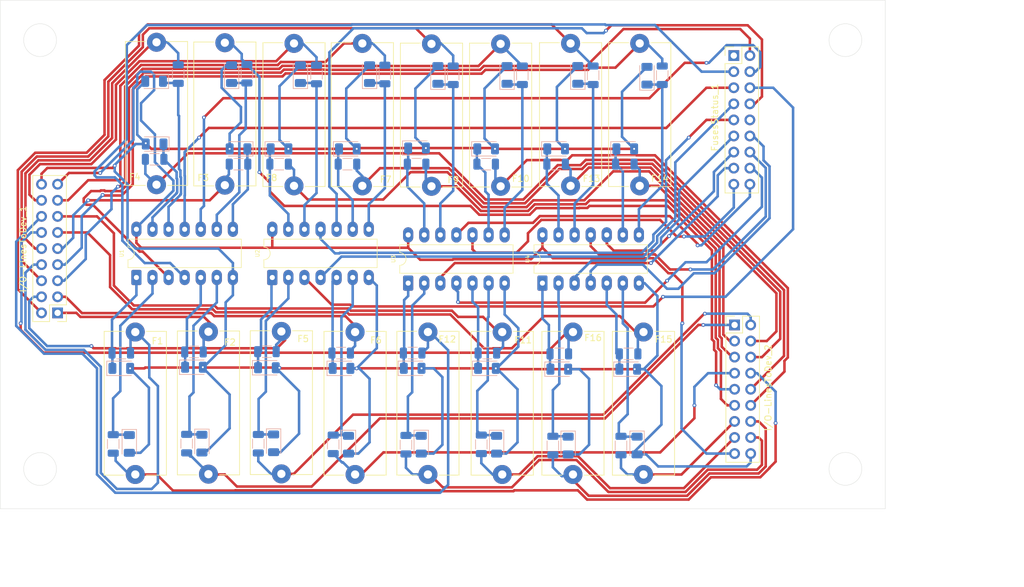
<source format=kicad_pcb>
(kicad_pcb (version 20241229) (generator "pcbnew") (generator_version "9.0")
  (layers (0 "F.Cu" signal) (2 "B.Cu" signal) (13 "F.Paste" user) (15 "B.Paste" user) (5 "F.SilkS" user "F.Silkscreen") (7 "B.SilkS" user "B.Silkscreen") (1 "F.Mask" user) (3 "B.Mask" user) (25 "Edge.Cuts" user))
  (net 0 "")
  (net 1 "P9")
  (net 2 "I{slash}O-9 Port")
  (net 3 "P1")
  (net 4 "I{slash}O-1 Port")
  (net 5 "P2")
  (net 6 "I{slash}O-2 Port")
  (net 7 "P3")
  (net 8 "I{slash}O-3 Port")
  (net 9 "P4")
  (net 10 "I{slash}O-4 Port")
  (net 11 "P5")
  (net 12 "I{slash}O-5 Port")
  (net 13 "I{slash}O-6 Port")
  (net 14 "P6")
  (net 15 "P7")
  (net 16 "I{slash}O-7 Port")
  (net 17 "I{slash}O-8 Port")
  (net 18 "P8")
  (net 19 "I{slash}O-10 Port")
  (net 20 "P10")
  (net 21 "P11")
  (net 22 "I{slash}O-11 Port")
  (net 23 "I{slash}O-12 Port")
  (net 24 "P12")
  (net 25 "I{slash}O-13 Port")
  (net 26 "P13")
  (net 27 "I{slash}O-14 Port")
  (net 28 "P14")
  (net 29 "I{slash}O-15 Port")
  (net 30 "P15")
  (net 31 "I{slash}O-16 Port")
  (net 32 "P16")
  (net 33 "+5V")
  (net 34 "GND")
  (net 35 "P1_CHK")
  (net 36 "P13_CHK")
  (net 37 "P7_CHK")
  (net 38 "P5_CHK")
  (net 39 "P3_CHK")
  (net 40 "P6_CHK")
  (net 41 "P2_CHK")
  (net 42 "P9_CHK")
  (net 43 "P14_CHK")
  (net 44 "P10_CHK")
  (net 45 "P16_CHK")
  (net 47 "P11_CHK")
  (net 48 "P8_CHK")
  (net 50 "P4_CHK")
  (net 51 "P12_CHK")
  (net 52 "P15_CHK")
  (net 53 "Net-(D21-K)")
  (net 54 "Net-(D4-K)")
  (net 55 "Net-(D5-K)")
  (net 56 "Net-(D6-K)")
  (net 57 "Net-(D7-K)")
  (net 58 "Net-(D17-K)")
  (net 59 "Net-(D18-K)")
  (net 60 "Net-(D19-K)")
  (net 61 "Net-(D20-K)")
  (net 62 "Net-(D3-K)")
  (net 63 "Net-(D22-K)")
  (net 64 "Net-(D23-K)")
  (net 65 "Net-(D24-K)")
  (net 66 "Net-(D16-K)")
  (net 67 "Net-(D13-K)")
  (net 68 "Net-(D14-K)")
  (net 69 "Net-(D15-K)")
  (net 70 "Net-(D8-K)")
  (net 71 "Net-(D1-K)")
  (net 72 "Net-(D2-K)")
  (net 73 "Net-(D32-K)")
  (net 74 "Net-(D31-K)")
  (net 75 "Net-(D30-K)")
  (net 76 "Net-(D29-K)")
  (net 77 "Net-(D28-K)")
  (net 78 "Net-(D27-K)")
  (net 79 "Net-(D26-K)")
  (net 80 "Net-(D25-K)")
  (net 81 "Net-(D10-K)")
  (net 82 "Net-(D11-K)")
  (net 83 "Net-(D12-K)")
  (net 84 "Net-(D9-K)")
  (footprint "Package_DIP:DIP-14_W7.62mm_LongPads" (layer "F.Cu") (at 139.954 94.361 90)
    (property "Reference" "U3")
    (property "Value" "CD4030BE")
  )
  (footprint "Fuse:Fuseholder_Cylinder-5x20mm_Schurter_0031_8201_Horizontal_Open" (layer "F.Cu") (at 176.53 78.994 90)
    (property "Reference" "F14")
    (property "Value" "1A" (hide yes))
  )
  (footprint "Fuse:Fuseholder_Cylinder-5x20mm_Schurter_0031_8201_Horizontal_Open" (layer "F.Cu") (at 165.608 78.994 90)
    (property "Reference" "F13")
    (property "Value" "1A" (hide yes))
  )
  (footprint "Package_DIP:DIP-14_W7.62mm_LongPads" (layer "F.Cu") (at 161.163 94.361 90)
    (property "Reference" "U4")
    (property "Value" "CD4030BE")
  )
  (footprint "Connector_PinHeader_2.54mm:PinHeader_2x09_P2.54mm_Vertical" (layer "F.Cu") (at 191.389 58.42)
    (property "Reference" "FusesStatus_1")
    (property "Value" "Conn_02x09_Top_Bottom" (hide yes))
  )
  (footprint "Fuse:Fuseholder_Cylinder-5x20mm_Schurter_0031_8201_Horizontal_Open" (layer "F.Cu") (at 154.559 79.068 90)
    (property "Reference" "F10")
    (property "Value" "1A" (hide yes))
  )
  (footprint "Package_DIP:DIP-14_W7.62mm_LongPads" (layer "F.Cu") (at 118.491 93.472 90)
    (property "Reference" "U2")
    (property "Value" "CD4030BE")
  )
  (footprint "Fuse:Fuseholder_Cylinder-5x20mm_Schurter_0031_8201_Horizontal_Open" (layer "F.Cu") (at 119.92618 124.491798 90)
    (property "Reference" "F5")
    (property "Value" "1A" (hide yes))
  )
  (footprint "Fuse:Fuseholder_Cylinder-5x20mm_Schurter_0031_8201_Horizontal_Open" (layer "F.Cu") (at 96.851265 124.587 90)
    (property "Reference" "F1")
    (property "Value" "1A" (hide yes))
  )
  (footprint "Connector_PinHeader_2.54mm:PinHeader_2x09_P2.54mm_Vertical" (layer "F.Cu") (at 191.516 100.965)
    (property "Reference" "I/O-LinesToDev_2")
    (property "Value" "Conn_02x09_Top_Bottom" (hide yes))
  )
  (footprint "Fuse:Fuseholder_Cylinder-5x20mm_Schurter_0031_8201_Horizontal_Open" (layer "F.Cu") (at 110.998 56.388 -90)
    (property "Reference" "F3")
    (property "Value" "1A" (hide yes))
  )
  (footprint "Fuse:Fuseholder_Cylinder-5x20mm_Schurter_0031_8201_Horizontal_Open" (layer "F.Cu") (at 100.203 78.814 90)
    (property "Reference" "F4")
    (property "Value" "1A" (hide yes))
  )
  (footprint "Fuse:Fuseholder_Cylinder-5x20mm_Schurter_0031_8201_Horizontal_Open" (layer "F.Cu") (at 165.984581 124.587 90)
    (property "Reference" "F16")
    (property "Value" "1A" (hide yes))
  )
  (footprint "Fuse:Fuseholder_Cylinder-5x20mm_Schurter_0031_8201_Horizontal_Open" (layer "F.Cu") (at 143.637 79.068 90)
    (property "Reference" "F9")
    (property "Value" "1A" (hide yes))
  )
  (footprint "Fuse:Fuseholder_Cylinder-5x20mm_Schurter_0031_8201_Horizontal_Open" (layer "F.Cu") (at 121.92 78.994 90)
    (property "Reference" "F8")
    (property "Value" "1A" (hide yes))
  )
  (footprint "Fuse:Fuseholder_Cylinder-5x20mm_Schurter_0031_8201_Horizontal_Open" (layer "F.Cu") (at 154.811599 124.587 90)
    (property "Reference" "F11")
    (property "Value" "1A" (hide yes))
  )
  (footprint "Connector_PinHeader_2.54mm:PinHeader_2x09_P2.54mm_Vertical" (layer "F.Cu") (at 84.582 99.06 180)
    (property "Reference" "I/O-LinesToDev_1")
    (property "Value" "Conn_02x09_Top_Bottom" (hide yes))
  )
  (footprint "Fuse:Fuseholder_Cylinder-5x20mm_Schurter_0031_8201_Horizontal_Open" (layer "F.Cu") (at 143.074802 124.581 90)
    (property "Reference" "F12")
    (property "Value" "1A" (hide yes))
  )
  (footprint "Fuse:Fuseholder_Cylinder-5x20mm_Schurter_0031_8201_Horizontal_Open" (layer "F.Cu") (at 177.126086 124.587 90)
    (property "Reference" "F15")
    (property "Value" "1A" (hide yes))
  )
  (footprint "Fuse:Fuseholder_Cylinder-5x20mm_Schurter_0031_8201_Horizontal_Open" (layer "F.Cu") (at 131.569989 124.587 90)
    (property "Reference" "F6")
    (property "Value" "1A" (hide yes))
  )
  (footprint "Fuse:Fuseholder_Cylinder-5x20mm_Schurter_0031_8201_Horizontal_Open" (layer "F.Cu") (at 108.406324 124.536491 90)
    (property "Reference" "F2")
    (property "Value" "1A" (hide yes))
  )
  (footprint "Fuse:Fuseholder_Cylinder-5x20mm_Schurter_0031_8201_Horizontal_Open" (layer "F.Cu") (at 132.715 78.994 90)
    (property "Reference" "F7")
    (property "Value" "1A" (hide yes))
  )
  (footprint "Package_DIP:DIP-14_W7.62mm_LongPads" (layer "F.Cu") (at 97.028 93.472 90)
    (property "Reference" "U1")
    (property "Value" "CD4030BE")
  )
  (footprint "Resistor_SMD:R_1206_3216Metric" (layer "B.Cu") (at 139.606307 119.882 -90)
    (property "Reference" "R10" (hide yes))
    (property "Value" "10K")
  )
  (footprint "Resistor_SMD:R_1206_3216Metric" (layer "B.Cu") (at 174.1785 75.565)
    (property "Reference" "R6" (hide yes))
    (property "Value" "10K")
  )
  (footprint "Resistor_SMD:R_1206_3216Metric" (layer "B.Cu") (at 93.367265 119.761 -90)
    (property "Reference" "R23" (hide yes))
    (property "Value" "10K")
  )
  (footprint "Resistor_SMD:R_1206_3216Metric" (layer "B.Cu") (at 114.477303 61.2795 -90)
    (property "Reference" "R19" (hide yes))
    (property "Value" "10K")
  )
  (footprint "Resistor_SMD:R_1206_3216Metric" (layer "B.Cu") (at 169.164 61.5295 90)
    (property "Reference" "R5" (hide yes))
    (property "Value" "10K")
  )
  (footprint "Resistor_SMD:R_1206_3216Metric" (layer "B.Cu") (at 119.5685 75.565)
    (property "Reference" "R32" (hide yes))
    (property "Value" "10K")
  )
  (footprint "Diode_SMD:D_1206_3216Metric" (layer "B.Cu") (at 107.376863 119.713491 -90)
    (property "Reference" "D3" (hide yes))
    (property "Value" "5V")
  )
  (footprint "Resistor_SMD:R_1206_3216Metric" (layer "B.Cu") (at 128.112722 119.8265 90)
    (property "Reference" "R28" (hide yes))
    (property "Value" "10K")
  )
  (footprint "Diode_SMD:D_1206_3216Metric" (layer "B.Cu") (at 129.426677 107.823)
    (property "Reference" "D30" (hide yes))
    (property "Value" "5V")
  )
  (footprint "Diode_SMD:D_1206_3216Metric" (layer "B.Cu") (at 94.634265 107.823)
    (property "Reference" "D8" (hide yes))
    (property "Value" "5V")
  )
  (footprint "Diode_SMD:D_1206_3216Metric" (layer "B.Cu") (at 141.351 73.025)
    (property "Reference" "D17" (hide yes))
    (property "Value" "5V")
  )
  (footprint "Resistor_SMD:R_1206_3216Metric" (layer "B.Cu") (at 130.3635 75.565 180)
    (property "Reference" "R30" (hide yes))
    (property "Value" "10K")
  )
  (footprint "Resistor_SMD:R_1206_3216Metric" (layer "B.Cu") (at 163.825581 105.537)
    (property "Reference" "R1" (hide yes))
    (property "Value" "10K")
  )
  (footprint "Resistor_SMD:R_1206_3216Metric" (layer "B.Cu") (at 136.271 61.4065 -90)
    (property "Reference" "R29" (hide yes))
    (property "Value" "10K")
  )
  (footprint "Resistor_SMD:R_1206_3216Metric" (layer "B.Cu") (at 152.273 75.565)
    (property "Reference" "R14" (hide yes))
    (property "Value" "10K")
  )
  (footprint "Resistor_SMD:R_1206_3216Metric" (layer "B.Cu") (at 157.988 61.5295 90)
    (property "Reference" "R13" (hide yes))
    (property "Value" "10K")
  )
  (footprint "Resistor_SMD:R_1206_3216Metric" (layer "B.Cu") (at 104.963863 119.710491 90)
    (property "Reference" "R21" (hide yes))
    (property "Value" "10K")
  )
  (footprint "Resistor_SMD:R_1206_3216Metric" (layer "B.Cu") (at 103.632 61.341 -90)
    (property "Reference" "R18" (hide yes))
    (property "Value" "10K")
  )
  (footprint "Resistor_SMD:R_1206_3216Metric" (layer "B.Cu") (at 174.774586 105.537)
    (property "Reference" "R3" (hide yes))
    (property "Value" "10K")
  )
  (footprint "Diode_SMD:D_1206_3216Metric" (layer "B.Cu") (at 152.395599 107.823)
    (property "Reference" "D22" (hide yes))
    (property "Value" "5V")
  )
  (footprint "Resistor_SMD:R_1206_3216Metric" (layer "B.Cu") (at 141.2855 75.565 180)
    (property "Reference" "R16" (hide yes))
    (property "Value" "10K")
  )
  (footprint "Diode_SMD:D_1206_3216Metric" (layer "B.Cu") (at 176.110086 120.012 -90)
    (property "Reference" "D12" (hide yes))
    (property "Value" "5V")
  )
  (footprint "Resistor_SMD:R_1206_3216Metric" (layer "B.Cu") (at 162.809581 120.015 -90)
    (property "Reference" "R4" (hide yes))
    (property "Value" "10K")
  )
  (footprint "Resistor_SMD:R_1206_3216Metric" (layer "B.Cu") (at 140.661802 105.404)
    (property "Reference" "R9" (hide yes))
    (property "Value" "10K")
  )
  (footprint "Resistor_SMD:R_1206_3216Metric" (layer "B.Cu") (at 99.905752 74.803)
    (property "Reference" "R17" (hide yes))
    (property "Value" "10K")
  )
  (footprint "Resistor_SMD:R_1206_3216Metric" (layer "B.Cu") (at 180.086 61.5295 90)
    (property "Reference" "R7" (hide yes))
    (property "Value" "10K")
  )
  (footprint "Resistor_SMD:R_1206_3216Metric" (layer "B.Cu") (at 116.283335 119.731298 90)
    (property "Reference" "R26" (hide yes))
    (property "Value" "10K")
  )
  (footprint "Diode_SMD:D_1206_3216Metric" (layer "B.Cu") (at 142.019307 119.885 -90)
    (property "Reference" "D23" (hide yes))
    (property "Value" "5V")
  )
  (footprint "Diode_SMD:D_1206_3216Metric" (layer "B.Cu") (at 99.822 62.484 180)
    (property "Reference" "D6" (hide yes))
    (property "Value" "5V")
  )
  (footprint "Resistor_SMD:R_1206_3216Metric" (layer "B.Cu") (at 106.120324 105.232491)
    (property "Reference" "R24" (hide yes))
    (property "Value" "10K")
  )
  (footprint "Diode_SMD:D_1206_3216Metric" (layer "B.Cu") (at 174.713086 107.95)
    (property "Reference" "D11" (hide yes))
    (property "Value" "5V")
  )
  (footprint "Diode_SMD:D_1206_3216Metric" (layer "B.Cu") (at 163.325 73.152)
    (property "Reference" "D16" (hide yes))
    (property "Value" "5V")
  )
  (footprint "Diode_SMD:D_1206_3216Metric" (layer "B.Cu") (at 144.653 61.471 90)
    (property "Reference" "D18" (hide yes))
    (property "Value" "5V")
  )
  (footprint "Diode_SMD:D_1206_3216Metric" (layer "B.Cu") (at 95.907265 119.761 -90)
    (property "Reference" "D1" (hide yes))
    (property "Value" "5V")
  )
  (footprint "Diode_SMD:D_1206_3216Metric" (layer "B.Cu") (at 130.525722 119.885 -90)
    (property "Reference" "D29" (hide yes))
    (property "Value" "5V")
  )
  (footprint "Diode_SMD:D_1206_3216Metric" (layer "B.Cu") (at 117.64018 107.727798)
    (property "Reference" "D32" (hide yes))
    (property "Value" "5V")
  )
  (footprint "Diode_SMD:D_1206_3216Metric" (layer "B.Cu") (at 166.751 61.465 90)
    (property "Reference" "D15" (hide yes))
    (property "Value" "5V")
  )
  (footprint "Diode_SMD:D_1206_3216Metric" (layer "B.Cu") (at 165.222581 120.015 -90)
    (property "Reference" "D10" (hide yes))
    (property "Value" "5V")
  )
  (footprint "Diode_SMD:D_1206_3216Metric" (layer "B.Cu") (at 106.120324 107.645491)
    (property "Reference" "D2" (hide yes))
    (property "Value" "5V")
  )
  (footprint "Diode_SMD:D_1206_3216Metric" (layer "B.Cu") (at 112.064303 61.344 90)
    (property "Reference" "D5" (hide yes))
    (property "Value" "5V")
  )
  (footprint "Diode_SMD:D_1206_3216Metric" (layer "B.Cu") (at 174.244 73.152)
    (property "Reference" "D14" (hide yes))
    (property "Value" "5V")
  )
  (footprint "Diode_SMD:D_1206_3216Metric" (layer "B.Cu") (at 133.858 61.344 90)
    (property "Reference" "D28" (hide yes))
    (property "Value" "5V")
  )
  (footprint "Diode_SMD:D_1206_3216Metric" (layer "B.Cu") (at 140.661802 107.817)
    (property "Reference" "D24" (hide yes))
    (property "Value" "5V")
  )
  (footprint "Resistor_SMD:R_1206_3216Metric" (layer "B.Cu") (at 117.64018 105.187798 180)
    (property "Reference" "R25" (hide yes))
    (property "Value" "10K")
  )
  (footprint "Resistor_SMD:R_1206_3216Metric" (layer "B.Cu") (at 173.570086 120.015 -90)
    (property "Reference" "R2" (hide yes))
    (property "Value" "10K")
  )
  (footprint "Diode_SMD:D_1206_3216Metric" (layer "B.Cu") (at 118.696335 119.662798 -90)
    (property "Reference" "D31" (hide yes))
    (property "Value" "5V")
  )
  (footprint "Resistor_SMD:R_1206_3216Metric" (layer "B.Cu") (at 129.368177 105.41 180)
    (property "Reference" "R27" (hide yes))
    (property "Value" "10K")
  )
  (footprint "Diode_SMD:D_1206_3216Metric" (layer "B.Cu") (at 152.27 73.152)
    (property "Reference" "D19" (hide yes))
    (property "Value" "5V")
  )
  (footprint "Resistor_SMD:R_1206_3216Metric" (layer "B.Cu") (at 147.066 61.5295 90)
    (property "Reference" "R15" (hide yes))
    (property "Value" "10K")
  )
  (footprint "Diode_SMD:D_1206_3216Metric" (layer "B.Cu") (at 113.157 73.152 180)
    (property "Reference" "D4" (hide yes))
    (property "Value" "5V")
  )
  (footprint "Diode_SMD:D_1206_3216Metric" (layer "B.Cu") (at 155.575 61.471 90)
    (property "Reference" "D20" (hide yes))
    (property "Value" "5V")
  )
  (footprint "Diode_SMD:D_1206_3216Metric" (layer "B.Cu") (at 130.429 73.152)
    (property "Reference" "D27" (hide yes))
    (property "Value" "5V")
  )
  (footprint "Resistor_SMD:R_1206_3216Metric" (layer "B.Cu") (at 113.157 75.565)
    (property "Reference" "R20" (hide yes))
    (property "Value" "10K")
  )
  (footprint "Diode_SMD:D_1206_3216Metric" (layer "B.Cu") (at 163.822581 107.95)
    (property "Reference" "D9" (hide yes))
    (property "Value" "5V")
  )
  (footprint "Resistor_SMD:R_1206_3216Metric" (layer "B.Cu") (at 94.637265 105.41)
    (property "Reference" "R22" (hide yes))
    (property "Value" "10K")
  )
  (footprint "Diode_SMD:D_1206_3216Metric" (layer "B.Cu") (at 122.936 61.344 90)
    (property "Reference" "D26" (hide yes))
    (property "Value" "5V")
  )
  (footprint "Resistor_SMD:R_1206_3216Metric" (layer "B.Cu") (at 125.476 61.4065 -90)
    (property "Reference" "R31" (hide yes))
    (property "Value" "10K")
  )
  (footprint "Diode_SMD:D_1206_3216Metric" (layer "B.Cu") (at 153.922599 119.885 -90)
    (property "Reference" "D21" (hide yes))
    (property "Value" "5V")
  )
  (footprint "Diode_SMD:D_1206_3216Metric" (layer "B.Cu") (at 177.673 61.598 90)
    (property "Reference" "D13" (hide yes))
    (property "Value" "5V")
  )
  (footprint "Diode_SMD:D_1206_3216Metric" (layer "B.Cu") (at 99.905752 72.39 180)
    (property "Reference" "D7" (hide yes))
    (property "Value" "5V")
  )
  (footprint "Diode_SMD:D_1206_3216Metric" (layer "B.Cu") (at 119.634 73.152)
    (property "Reference" "D25" (hide yes))
    (property "Value" "5V")
  )
  (footprint "Resistor_SMD:R_1206_3216Metric" (layer "B.Cu") (at 152.464099 105.41)
    (property "Reference" "R11" (hide yes))
    (property "Value" "10K")
  )
  (footprint "Resistor_SMD:R_1206_3216Metric" (layer "B.Cu") (at 151.509599 119.8265 -90)
    (property "Reference" "R12" (hide yes))
    (property "Value" "10K")
  )
  (footprint "Resistor_SMD:R_1206_3216Metric" (layer "B.Cu") (at 163.322 75.565)
    (property "Reference" "R8" (hide yes))
    (property "Value" "10K")
  )
  (gr_rect (start 75.5312 49.6892) (end 215.3082 130.0156) (stroke (width 0.05)) (fill no) (layer "Edge.Cuts"))
  (gr_circle (center 81.8134 123.7234) (end 84.4042 123.7234) (stroke (width 0.05)) (fill no) (layer "Edge.Cuts"))
  (gr_circle (center 209.0166 123.698) (end 211.6074 123.698) (stroke (width 0.05)) (fill no) (layer "Edge.Cuts"))
  (gr_circle (center 81.8134 55.9816) (end 84.4042 55.9816) (stroke (width 0.05)) (fill no) (layer "Edge.Cuts"))
  (gr_circle (center 209.0166 55.9816) (end 211.6074 55.9816) (stroke (width 0.05)) (fill no) (layer "Edge.Cuts"))
  (segment (start 78.901 88.767942) (end 78.994 88.860942) (width 0.4) (layer "F.Cu") (net 1))
  (segment (start 98.044 55.118) (end 98.044 57.0885) (width 0.4) (layer "F.Cu") (net 1))
  (segment (start 81.304058 74.363) (end 78.901 76.766058) (width 0.4) (layer "F.Cu") (net 1))
  (segment (start 92.594471 71.186645) (end 89.418116 74.363) (width 0.4) (layer "F.Cu") (net 1))
  (segment (start 141.171 54.102) (end 99.06 54.102) (width 0.4) (layer "F.Cu") (net 1))
  (segment (start 99.06 54.102) (end 98.044 55.118) (width 0.4) (layer "F.Cu") (net 1))
  (segment (start 78.994 90.932) (end 82.042 93.98) (width 0.4) (layer "F.Cu") (net 1))
  (segment (start 98.044 57.0885) (end 92.594471 62.538029) (width 0.4) (layer "F.Cu") (net 1))
  (segment (start 78.901 76.766058) (end 78.901 88.767942) (width 0.4) (layer "F.Cu") (net 1))
  (segment (start 92.594471 62.538029) (end 92.594471 71.186645) (width 0.4) (layer "F.Cu") (net 1))
  (segment (start 143.637 56.568) (end 141.171 54.102) (width 0.4) (layer "F.Cu") (net 1))
  (segment (start 78.994 88.860942) (end 78.994 90.932) (width 0.4) (layer "F.Cu") (net 1))
  (segment (start 89.418116 74.363) (end 81.304058 74.363) (width 0.4) (layer "F.Cu") (net 1))
  (segment (start 145.161 56.515) (end 143.69 56.515) (width 0.4) (layer "B.Cu") (net 1))
  (segment (start 147.066 60.067) (end 147.066 58.42) (width 0.4) (layer "B.Cu") (net 1))
  (segment (start 143.69 56.515) (end 143.637 56.568) (width 0.4) (layer "B.Cu") (net 1))
  (segment (start 147.066 58.42) (end 145.161 56.515) (width 0.4) (layer "B.Cu") (net 1))
  (segment (start 168.015942 81.881) (end 168.616942 81.28) (width 0.4) (layer "F.Cu") (net 2))
  (segment (start 190.373 113.665) (end 191.516 113.665) (width 0.4) (layer "F.Cu") (net 2))
  (segment (start 188.536 88.928942) (end 188.536 102.986884) (width 0.4) (layer "F.Cu") (net 2))
  (segment (start 188.883 103.333884) (end 188.883 104.642942) (width 0.4) (layer "F.Cu") (net 2))
  (segment (start 166.711942 81.915) (end 166.745942 81.881) (width 0.4) (layer "F.Cu") (net 2))
  (segment (start 168.616942 81.28) (end 180.887058 81.28) (width 0.4) (layer "F.Cu") (net 2))
  (segment (start 180.887058 81.28) (end 188.536 88.928942) (width 0.4) (layer "F.Cu") (net 2))
  (segment (start 158.900884 82.956) (end 159.941884 81.915) (width 0.4) (layer "F.Cu") (net 2))
  (segment (start 189.357 105.116942) (end 189.357 112.649) (width 0.4) (layer "F.Cu") (net 2))
  (segment (start 151.430436 82.956) (end 158.900884 82.956) (width 0.4) (layer "F.Cu") (net 2))
  (segment (start 147.542436 79.068) (end 151.430436 82.956) (width 0.4) (layer "F.Cu") (net 2))
  (segment (start 189.357 112.649) (end 190.373 113.665) (width 0.4) (layer "F.Cu") (net 2))
  (segment (start 143.637 79.068) (end 147.542436 79.068) (width 0.4) (layer "F.Cu") (net 2))
  (segment (start 188.536 102.986884) (end 188.883 103.333884) (width 0.4) (layer "F.Cu") (net 2))
  (segment (start 166.745942 81.881) (end 168.015942 81.881) (width 0.4) (layer "F.Cu") (net 2))
  (segment (start 159.941884 81.915) (end 166.711942 81.915) (width 0.4) (layer "F.Cu") (net 2))
  (segment (start 188.883 104.642942) (end 189.357 105.116942) (width 0.4) (layer "F.Cu") (net 2))
  (segment (start 142.748 78.179) (end 143.637 79.068) (width 0.4) (layer "B.Cu") (net 2))
  (segment (start 142.748 75.565) (end 142.748 78.179) (width 0.4) (layer "B.Cu") (net 2))
  (segment (start 99.06 104.14) (end 99.06 109.259058) (width 0.4) (layer "B.Cu") (net 3))
  (segment (start 88.733942 104.902) (end 82.677 104.902) (width 0.4) (layer "B.Cu") (net 3))
  (segment (start 96.099765 105.41) (end 96.099765 102.8385) (width 0.4) (layer "B.Cu") (net 3))
  (segment (start 79.502 92.71) (end 80.772 91.44) (width 0.4) (layer "B.Cu") (net 3))
  (segment (start 96.851265 102.087) (end 97.515555 102.75129) (width 0.4) (layer "B.Cu") (net 3))
  (segment (start 82.677 104.902) (end 79.502 101.727) (width 0.4) (layer "B.Cu") (net 3))
  (segment (start 96.099765 102.8385) (end 96.851265 102.087) (width 0.4) (layer "B.Cu") (net 3))
  (segment (start 91.406 107.574058) (end 88.733942 104.902) (width 0.4) (layer "B.Cu") (net 3))
  (segment (start 93.940942 126.873) (end 91.406 124.338058) (width 0.4) (layer "B.Cu") (net 3))
  (segment (start 99.06 109.259058) (end 100.423 110.622058) (width 0.4) (layer "B.Cu") (net 3))
  (segment (start 99.441 126.873) (end 93.940942 126.873) (width 0.4) (layer "B.Cu") (net 3))
  (segment (start 97.515555 102.75129) (end 97.67129 102.75129) (width 0.4) (layer "B.Cu") (net 3))
  (segment (start 97.67129 102.75129) (end 99.06 104.14) (width 0.4) (layer "B.Cu") (net 3))
  (segment (start 100.423 125.891) (end 99.441 126.873) (width 0.4) (layer "B.Cu") (net 3))
  (segment (start 91.406 124.338058) (end 91.406 107.574058) (width 0.4) (layer "B.Cu") (net 3))
  (segment (start 79.502 101.727) (end 79.502 92.71) (width 0.4) (layer "B.Cu") (net 3))
  (segment (start 100.423 110.622058) (end 100.423 125.891) (width 0.4) (layer "B.Cu") (net 3))
  (segment (start 80.772 91.44) (end 82.042 91.44) (width 0.4) (layer "B.Cu") (net 3))
  (segment (start 168.212058 128.549) (end 166.752058 127.089) (width 0.4) (layer "F.Cu") (net 4))
  (segment (start 156.585942 127.22) (end 145.172058 127.22) (width 0.4) (layer "F.Cu") (net 4))
  (segment (start 197.036 123.512) (end 197.036 123.560884) (width 0.4) (layer "F.Cu") (net 4))
  (segment (start 184.261826 128.549) (end 168.212058 128.549) (width 0.4) (layer "F.Cu") (net 4))
  (segment (start 166.752058 127.089) (end 156.716942 127.089) (width 0.4) (layer "F.Cu") (net 4))
  (segment (start 187.783826 125.027) (end 184.261826 128.549) (width 0.4) (layer "F.Cu") (net 4))
  (segment (start 112.650058 127.089) (end 112.612058 127.127) (width 0.4) (layer "F.Cu") (net 4))
  (segment (start 197.993 122.555) (end 197.036 123.512) (width 0.4) (layer "F.Cu") (net 4))
  (segment (start 156.716942 127.089) (end 156.585942 127.22) (width 0.4) (layer "F.Cu") (net 4))
  (segment (start 145.041058 127.089) (end 112.650058 127.089) (width 0.4) (layer "F.Cu") (net 4))
  (segment (start 100.258 124.587) (end 96.851265 124.587) (width 0.4) (layer "F.Cu") (net 4))
  (segment (start 197.993 116.459) (end 197.993 122.555) (width 0.4) (layer "F.Cu") (net 4))
  (segment (start 112.612058 127.127) (end 102.798 127.127) (width 0.4) (layer "F.Cu") (net 4))
  (segment (start 197.036 123.560884) (end 195.569884 125.027) (width 0.4) (layer "F.Cu") (net 4))
  (segment (start 102.798 127.127) (end 100.258 124.587) (width 0.4) (layer "F.Cu") (net 4))
  (segment (start 145.172058 127.22) (end 145.041058 127.089) (width 0.4) (layer "F.Cu") (net 4))
  (segment (start 195.569884 125.027) (end 187.783826 125.027) (width 0.4) (layer "F.Cu") (net 4))
  (via (at 197.993 116.459) (size 0.6) (drill 0.3) (layers "F.Cu" "B.Cu") (net 4))
  (segment (start 195.072 108.585) (end 194.056 108.585) (width 0.4) (layer "B.Cu") (net 4))
  (segment (start 197.993 116.459) (end 197.993 111.506) (width 0.4) (layer "B.Cu") (net 4))
  (segment (start 93.748265 122.428) (end 93.748265 121.6045) (width 0.4) (layer "B.Cu") (net 4))
  (segment (start 96.851265 124.587) (end 95.907265 124.587) (width 0.4) (layer "B.Cu") (net 4))
  (segment (start 197.993 111.506) (end 195.072 108.585) (width 0.4) (layer "B.Cu") (net 4))
  (segment (start 95.907265 124.587) (end 93.748265 122.428) (width 0.4) (layer "B.Cu") (net 4))
  (segment (start 93.748265 121.6045) (end 93.367265 121.2235) (width 0.4) (layer "B.Cu") (net 4))
  (segment (start 88.177058 99.695) (end 87.542058 99.06) (width 0.4) (layer "F.Cu") (net 5))
  (segment (start 108.706402 101.736413) (end 108.706402 100.705402) (width 0.4) (layer "F.Cu") (net 5))
  (segment (start 87.542058 99.06) (end 84.582 99.06) (width 0.4) (layer "F.Cu") (net 5))
  (segment (start 108.806024 102.087) (end 108.755515 102.036491) (width 0.4) (layer "F.Cu") (net 5))
  (segment (start 108.755515 102.036491) (end 108.406324 102.036491) (width 0.4) (layer "F.Cu") (net 5))
  (segment (start 108.406324 102.036491) (end 108.706402 101.736413) (width 0.4) (layer "F.Cu") (net 5))
  (segment (start 107.696 99.695) (end 88.177058 99.695) (width 0.4) (layer "F.Cu") (net 5))
  (segment (start 108.706402 100.705402) (end 107.696 99.695) (width 0.4) (layer "F.Cu") (net 5))
  (segment (start 107.582824 105.232491) (end 107.649922 105.165393) (width 0.4) (layer "B.Cu") (net 5))
  (segment (start 107.649922 103.202893) (end 108.406324 102.446491) (width 0.4) (layer "B.Cu") (net 5))
  (segment (start 108.406324 102.446491) (end 108.406324 102.036491) (width 0.4) (layer "B.Cu") (net 5))
  (segment (start 107.649922 105.165393) (end 107.649922 103.202893) (width 0.4) (layer "B.Cu") (net 5))
  (segment (start 135.467 115.739) (end 124.718 126.488) (width 0.4) (layer "F.Cu") (net 6))
  (segment (start 112.899 126.488) (end 110.998 124.587) (width 0.4) (layer "F.Cu") (net 6))
  (segment (start 185.801 100.965) (end 171.027 115.739) (width 0.4) (layer "F.Cu") (net 6))
  (segment (start 110.998 124.587) (end 108.806024 124.587) (width 0.4) (layer "F.Cu") (net 6))
  (segment (start 171.027 115.739) (end 135.467 115.739) (width 0.4) (layer "F.Cu") (net 6))
  (segment (start 186.563 100.965) (end 185.801 100.965) (width 0.4) (layer "F.Cu") (net 6))
  (segment (start 108.806024 124.587) (end 108.755515 124.536491) (width 0.4) (layer "F.Cu") (net 6))
  (segment (start 108.755515 124.536491) (end 108.406324 124.536491) (width 0.4) (layer "F.Cu") (net 6))
  (segment (start 124.718 126.488) (end 112.899 126.488) (width 0.4) (layer "F.Cu") (net 6))
  (via (at 186.563 100.965) (size 0.6) (drill 0.3) (layers "F.Cu" "B.Cu") (net 6))
  (segment (start 105.533363 121.742491) (end 105.739324 121.742491) (width 0.4) (layer "B.Cu") (net 6))
  (segment (start 186.563 100.965) (end 191.516 100.965) (width 0.4) (layer "B.Cu") (net 6))
  (segment (start 105.739324 121.742491) (end 108.406324 124.409491) (width 0.4) (layer "B.Cu") (net 6))
  (segment (start 104.963863 121.172991) (end 105.533363 121.742491) (width 0.4) (layer "B.Cu") (net 6))
  (segment (start 108.406324 124.409491) (end 108.406324 124.536491) (width 0.4) (layer "B.Cu") (net 6))
  (segment (start 108.606 81.28) (end 110.998 78.888) (width 0.4) (layer "F.Cu") (net 7))
  (segment (start 89.408 81.28) (end 108.606 81.28) (width 0.4) (layer "F.Cu") (net 7))
  (via (at 89.408 81.28) (size 0.6) (drill 0.3) (layers "F.Cu" "B.Cu") (net 7))
  (segment (start 111.121 78) (end 110.998 78.123) (width 0.4) (layer "B.Cu") (net 7))
  (segment (start 110.998 78.123) (end 110.998 78.888) (width 0.4) (layer "B.Cu") (net 7))
  (segment (start 111.633 75.6265) (end 111.633 77.216) (width 0.4) (layer "B.Cu") (net 7))
  (segment (start 111.121 77.728) (end 111.121 78) (width 0.4) (layer "B.Cu") (net 7))
  (segment (start 85.343999 88.9) (end 84.582 88.9) (width 0.4) (layer "B.Cu") (net 7))
  (segment (start 111.633 77.216) (end 111.121 77.728) (width 0.4) (layer "B.Cu") (net 7))
  (segment (start 89.408 81.28) (end 87.046863 83.641137) (width 0.4) (layer "B.Cu") (net 7))
  (segment (start 87.046863 83.641137) (end 87.046863 87.197136) (width 0.4) (layer "B.Cu") (net 7))
  (segment (start 87.046863 87.197136) (end 85.343999 88.9) (width 0.4) (layer "B.Cu") (net 7))
  (segment (start 111.6945 75.565) (end 111.633 75.6265) (width 0.4) (layer "B.Cu") (net 7))
  (segment (start 166.994884 82.482) (end 166.960884 82.516) (width 0.4) (layer "F.Cu") (net 8))
  (segment (start 188.595 105.204884) (end 188.282 104.891884) (width 0.4) (layer "F.Cu") (net 8))
  (segment (start 120.396 82.169) (end 118.11 79.883) (width 0.4) (layer "F.Cu") (net 8))
  (segment (start 168.264884 82.482) (end 166.994884 82.482) (width 0.4) (layer "F.Cu") (net 8))
  (segment (start 187.935 103.235826) (end 187.935 89.177884) (width 0.4) (layer "F.Cu") (net 8))
  (segment (start 168.577884 82.169) (end 168.264884 82.482) (width 0.4) (layer "F.Cu") (net 8))
  (segment (start 160.190826 82.516) (end 159.149826 83.557) (width 0.4) (layer "F.Cu") (net 8))
  (segment (start 188.595 110.49) (end 188.595 105.204884) (width 0.4) (layer "F.Cu") (net 8))
  (segment (start 149.793494 82.169) (end 120.396 82.169) (width 0.4) (layer "F.Cu") (net 8))
  (segment (start 118.11 79.883) (end 118.11 78.486) (width 0.4) (layer "F.Cu") (net 8))
  (segment (start 159.149826 83.557) (end 151.181494 83.557) (width 0.4) (layer "F.Cu") (net 8))
  (segment (start 188.282 104.891884) (end 188.282 103.582826) (width 0.4) (layer "F.Cu") (net 8))
  (segment (start 166.960884 82.516) (end 160.190826 82.516) (width 0.4) (layer "F.Cu") (net 8))
  (segment (start 118.11 78.486) (end 116.459 76.835) (width 0.4) (layer "F.Cu") (net 8))
  (segment (start 180.926116 82.169) (end 168.577884 82.169) (width 0.4) (layer "F.Cu") (net 8))
  (segment (start 188.282 103.582826) (end 187.935 103.235826) (width 0.4) (layer "F.Cu") (net 8))
  (segment (start 187.935 89.177884) (end 180.926116 82.169) (width 0.4) (layer "F.Cu") (net 8))
  (segment (start 151.181494 83.557) (end 149.793494 82.169) (width 0.4) (layer "F.Cu") (net 8))
  (via (at 116.459 76.835) (size 0.6) (drill 0.3) (layers "F.Cu" "B.Cu") (net 8))
  (via (at 188.595 110.49) (size 0.6) (drill 0.3) (layers "F.Cu" "B.Cu") (net 8))
  (segment (start 116.459 76.835) (end 116.459 61.798697) (width 0.4) (layer "B.Cu") (net 8))
  (segment (start 113.665 58.166) (end 111.887 56.388) (width 0.4) (layer "B.Cu") (net 8))
  (segment (start 189.23 111.125) (end 191.516 111.125) (width 0.4) (layer "B.Cu") (net 8))
  (segment (start 188.595 110.49) (end 189.23 111.125) (width 0.4) (layer "B.Cu") (net 8))
  (segment (start 116.459 61.798697) (end 114.477303 59.817) (width 0.4) (layer "B.Cu") (net 8))
  (segment (start 111.887 56.388) (end 110.998 56.388) (width 0.4) (layer "B.Cu") (net 8))
  (segment (start 113.665 59.004697) (end 113.665 58.166) (width 0.4) (layer "B.Cu") (net 8))
  (segment (start 114.477303 59.817) (end 113.665 59.004697) (width 0.4) (layer "B.Cu") (net 8))
  (segment (start 89.667058 74.964) (end 81.553 74.964) (width 0.4) (layer "F.Cu") (net 9))
  (segment (start 81.553 74.964) (end 79.502 77.015) (width 0.4) (layer "F.Cu") (net 9))
  (segment (start 99.668442 56.314) (end 93.195471 62.786971) (width 0.4) (layer "F.Cu") (net 9))
  (segment (start 79.502 77.015) (end 79.502 87.376) (width 0.4) (layer "F.Cu") (net 9))
  (segment (start 81.026 88.9) (end 82.042 88.9) (width 0.4) (layer "F.Cu") (net 9))
  (segment (start 93.195471 62.786971) (end 93.195471 71.435587) (width 0.4) (layer "F.Cu") (net 9))
  (segment (start 93.195471 71.435587) (end 89.667058 74.964) (width 0.4) (layer "F.Cu") (net 9))
  (segment (start 100.203 56.314) (end 99.668442 56.314) (width 0.4) (layer "F.Cu") (net 9))
  (segment (start 79.502 87.376) (end 81.026 88.9) (width 0.4) (layer "F.Cu") (net 9))
  (segment (start 103.632 58.039) (end 103.632 59.8785) (width 0.4) (layer "B.Cu") (net 9))
  (segment (start 101.907 56.314) (end 103.632 58.039) (width 0.4) (layer "B.Cu") (net 9))
  (segment (start 100.203 56.314) (end 101.907 56.314) (width 0.4) (layer "B.Cu") (net 9))
  (segment (start 146.623262 75.599) (end 152.177262 81.153) (width 0.4) (layer "F.Cu") (net 10))
  (segment (start 144.846 73.853) (end 146.592 75.599) (width 0.4) (layer "F.Cu") (net 10))
  (segment (start 100.203 78.814) (end 105.164 73.853) (width 0.4) (layer "F.Cu") (net 10))
  (segment (start 163.581058 75.726) (end 167.176116 75.726) (width 0.4) (layer "F.Cu") (net 10))
  (segment (start 178.761768 74.905) (end 199.322 95.465232) (width 0.4) (layer "F.Cu") (net 10))
  (segment (start 158.154058 81.153) (end 163.581058 75.726) (width 0.4) (layer "F.Cu") (net 10))
  (segment (start 105.164 73.853) (end 144.846 73.853) (width 0.4) (layer "F.Cu") (net 10))
  (segment (start 167.997116 74.905) (end 178.761768 74.905) (width 0.4) (layer "F.Cu") (net 10))
  (segment (start 152.177262 81.153) (end 158.154058 81.153) (width 0.4) (layer "F.Cu") (net 10))
  (segment (start 199.322 105.859) (end 194.056 111.125) (width 0.4) (layer "F.Cu") (net 10))
  (segment (start 199.322 95.465232) (end 199.322 105.859) (width 0.4) (layer "F.Cu") (net 10))
  (segment (start 167.176116 75.726) (end 167.997116 74.905) (width 0.4) (layer "F.Cu") (net 10))
  (segment (start 146.592 75.599) (end 146.623262 75.599) (width 0.4) (layer "F.Cu") (net 10))
  (segment (start 100.15 78.814) (end 100.203 78.814) (width 0.4) (layer "B.Cu") (net 10))
  (segment (start 98.443252 77.107252) (end 100.15 78.814) (width 0.4) (layer "B.Cu") (net 10))
  (segment (start 98.443252 74.803) (end 98.443252 77.107252) (width 0.4) (layer "B.Cu") (net 10))
  (segment (start 89.916 104.301) (end 90.263 104.648) (width 0.4) (layer "F.Cu") (net 11))
  (segment (start 90.263 104.648) (end 119.232 104.648) (width 0.4) (layer "F.Cu") (net 11))
  (segment (start 120.500069 103.379931) (end 120.500069 102.565687) (width 0.4) (layer "F.Cu") (net 11))
  (segment (start 120.500069 102.565687) (end 119.92618 101.991798) (width 0.4) (layer "F.Cu") (net 11))
  (segment (start 119.232 104.648) (end 120.500069 103.379931) (width 0.4) (layer "F.Cu") (net 11))
  (via (at 89.916 104.301) (size 0.6) (drill 0.3) (layers "F.Cu" "B.Cu") (net 11))
  (segment (start 80.103 97.189) (end 80.772 96.52) (width 0.4) (layer "B.Cu") (net 11))
  (segment (start 119.10268 105.187798) (end 119.10268 104.106298) (width 0.4) (layer "B.Cu") (net 11))
  (segment (start 119.10268 104.106298) (end 119.86468 103.344298) (width 0.4) (layer "B.Cu") (net 11))
  (segment (start 119.92618 103.134798) (end 119.92618 101.991798) (width 0.4) (layer "B.Cu") (net 11))
  (segment (start 119.86468 103.344298) (end 119.86468 103.196298) (width 0.4) (layer "B.Cu") (net 11))
  (segment (start 82.925942 104.301) (end 80.103 101.478058) (width 0.4) (layer "B.Cu") (net 11))
  (segment (start 119.86468 103.196298) (end 119.92618 103.134798) (width 0.4) (layer "B.Cu") (net 11))
  (segment (start 80.103 101.478058) (end 80.103 97.189) (width 0.4) (layer "B.Cu") (net 11))
  (segment (start 89.916 104.301) (end 82.925942 104.301) (width 0.4) (layer "B.Cu") (net 11))
  (segment (start 80.772 96.52) (end 82.042 96.52) (width 0.4) (layer "B.Cu") (net 11))
  (segment (start 121.888202 124.491798) (end 119.92618 124.491798) (width 0.4) (layer "F.Cu") (net 12))
  (segment (start 186.817 99.187) (end 186.729058 99.187) (width 0.4) (layer "F.Cu") (net 12))
  (segment (start 131.242 115.138) (end 121.888202 124.491798) (width 0.4) (layer "F.Cu") (net 12))
  (segment (start 170.778058 115.138) (end 131.242 115.138) (width 0.4) (layer "F.Cu") (net 12))
  (segment (start 186.729058 99.187) (end 170.778058 115.138) (width 0.4) (layer "F.Cu") (net 12))
  (via (at 186.817 99.187) (size 0.6) (drill 0.3) (layers "F.Cu" "B.Cu") (net 12))
  (segment (start 118.268798 124.491798) (end 116.283335 122.506335) (width 0.4) (layer "B.Cu") (net 12))
  (segment (start 193.548 99.187) (end 194.056 99.695) (width 0.4) (layer "B.Cu") (net 12))
  (segment (start 194.056 99.695) (end 194.056 100.965) (width 0.4) (layer "B.Cu") (net 12))
  (segment (start 116.283335 122.506335) (end 116.283335 121.193798) (width 0.4) (layer "B.Cu") (net 12))
  (segment (start 186.817 99.187) (end 193.548 99.187) (width 0.4) (layer "B.Cu") (net 12))
  (segment (start 119.92618 124.491798) (end 118.268798 124.491798) (width 0.4) (layer "B.Cu") (net 12))
  (segment (start 132.554767 124.587) (end 131.569989 124.587) (width 0.4) (layer "F.Cu") (net 13))
  (segment (start 179.764 121.099) (end 136.042767 121.099) (width 0.4) (layer "F.Cu") (net 13))
  (segment (start 185.166 113.665) (end 185.166 115.697) (width 0.4) (layer "F.Cu") (net 13))
  (segment (start 185.166 115.697) (end 179.764 121.099) (width 0.4) (layer "F.Cu") (net 13))
  (segment (start 136.042767 121.099) (end 132.554767 124.587) (width 0.4) (layer "F.Cu") (net 13))
  (via (at 185.166 113.665) (size 0.6) (drill 0.3) (layers "F.Cu" "B.Cu") (net 13))
  (segment (start 128.112722 121.289) (end 129.505722 122.682) (width 0.4) (layer "B.Cu") (net 13))
  (segment (start 187.325 108.585) (end 191.516 108.585) (width 0.4) (layer "B.Cu") (net 13))
  (segment (start 185.166 113.665) (end 185.166 110.744) (width 0.4) (layer "B.Cu") (net 13))
  (segment (start 185.166 110.744) (end 187.325 108.585) (width 0.4) (layer "B.Cu") (net 13))
  (segment (start 129.664989 122.682) (end 131.569989 124.587) (width 0.4) (layer "B.Cu") (net 13))
  (segment (start 129.505722 122.682) (end 129.664989 122.682) (width 0.4) (layer "B.Cu") (net 13))
  (segment (start 108.854942 99.094) (end 88.426 99.094) (width 0.4) (layer "F.Cu") (net 14))
  (segment (start 131.569989 101.102222) (end 130.035767 99.568) (width 0.4) (layer "F.Cu") (net 14))
  (segment (start 88.426 99.094) (end 85.852 96.52) (width 0.4) (layer "F.Cu") (net 14))
  (segment (start 109.328942 99.568) (end 108.854942 99.094) (width 0.4) (layer "F.Cu") (net 14))
  (segment (start 131.569989 102.087) (end 131.569989 101.102222) (width 0.4) (layer "F.Cu") (net 14))
  (segment (start 85.852 96.52) (end 84.582 96.52) (width 0.4) (layer "F.Cu") (net 14))
  (segment (start 130.035767 99.568) (end 109.328942 99.568) (width 0.4) (layer "F.Cu") (net 14))
  (segment (start 130.830677 105.41) (end 130.841222 105.399455) (width 0.4) (layer "B.Cu") (net 14))
  (segment (start 131.569989 104.269011) (end 131.569989 102.087) (width 0.4) (layer "B.Cu") (net 14))
  (segment (start 130.841222 104.997778) (end 131.569989 104.269011) (width 0.4) (layer "B.Cu") (net 14))
  (segment (start 130.841222 105.399455) (end 130.841222 104.997778) (width 0.4) (layer "B.Cu") (net 14))
  (segment (start 94.361 78.105) (end 89.408 78.105) (width 0.4) (layer "F.Cu") (net 15))
  (segment (start 97.772326 59.91) (end 94.488 63.194326) (width 0.4) (layer "F.Cu") (net 15))
  (segment (start 94.488 77.978) (end 94.361 78.105) (width 0.4) (layer "F.Cu") (net 15))
  (segment (start 89.408 78.105) (end 86.233 81.28) (width 0.4) (layer "F.Cu") (net 15))
  (segment (start 126.873 59.436) (end 119.827942 59.436) (width 0.4) (layer "F.Cu") (net 15))
  (segment (start 86.233 81.28) (end 84.582 81.28) (width 0.4) (layer "F.Cu") (net 15))
  (segment (start 129.815 56.494) (end 126.873 59.436) (width 0.4) (layer "F.Cu") (net 15))
  (segment (start 94.488 63.194326) (end 94.488 77.978) (width 0.4) (layer "F.Cu") (net 15))
  (segment (start 119.827942 59.436) (end 119.353942 59.91) (width 0.4) (layer "F.Cu") (net 15))
  (segment (start 119.353942 59.91) (end 97.772326 59.91) (width 0.4) (layer "F.Cu") (net 15))
  (segment (start 132.715 56.494) (end 129.815 56.494) (width 0.4) (layer "F.Cu") (net 15))
  (segment (start 136.271 58.42) (end 134.345 56.494) (width 0.4) (layer "B.Cu") (net 15))
  (segment (start 134.345 56.494) (end 132.715 56.494) (width 0.4) (layer "B.Cu") (net 15))
  (segment (start 136.271 59.944) (end 136.271 58.42) (width 0.4) (layer "B.Cu") (net 15))
  (segment (start 167.425058 76.327) (end 168.246058 75.506) (width 0.4) (layer "F.Cu") (net 16))
  (segment (start 132.715 78.994) (end 135.509 76.2) (width 0.4) (layer "F.Cu") (net 16))
  (segment (start 178.512826 75.506) (end 198.721 95.714174) (width 0.4) (layer "F.Cu") (net 16))
  (segment (start 151.92832 81.754) (end 158.403 81.754) (width 0.4) (layer "F.Cu") (net 16))
  (segment (start 146.37432 76.2) (end 151.92832 81.754) (width 0.4) (layer "F.Cu") (net 16))
  (segment (start 163.83 76.327) (end 167.425058 76.327) (width 0.4) (layer "F.Cu") (net 16))
  (segment (start 198.721 103.158) (end 195.834 106.045) (width 0.4) (layer "F.Cu") (net 16))
  (segment (start 158.403 81.754) (end 163.83 76.327) (width 0.4) (layer "F.Cu") (net 16))
  (segment (start 195.834 106.045) (end 194.056 106.045) (width 0.4) (layer "F.Cu") (net 16))
  (segment (start 135.509 76.2) (end 146.37432 76.2) (width 0.4) (layer "F.Cu") (net 16))
  (segment (start 198.721 95.714174) (end 198.721 103.158) (width 0.4) (layer "F.Cu") (net 16))
  (segment (start 168.246058 75.506) (end 178.512826 75.506) (width 0.4) (layer "F.Cu") (net 16))
  (segment (start 132.715 77.47) (end 132.715 78.994) (width 0.4) (layer "B.Cu") (net 16))
  (segment (start 131.826 76.581) (end 132.715 77.47) (width 0.4) (layer "B.Cu") (net 16))
  (segment (start 131.826 75.565) (end 131.826 76.581) (width 0.4) (layer "B.Cu") (net 16))
  (segment (start 190.754 103.505) (end 191.516 103.505) (width 0.4) (layer "F.Cu") (net 17))
  (segment (start 178.014942 76.708) (end 189.738 88.431058) (width 0.4) (layer "F.Cu") (net 17))
  (segment (start 189.738 88.431058) (end 189.738 102.489) (width 0.4) (layer "F.Cu") (net 17))
  (segment (start 189.738 102.489) (end 190.754 103.505) (width 0.4) (layer "F.Cu") (net 17))
  (segment (start 121.92 78.994) (end 124.079 81.153) (width 0.4) (layer "F.Cu") (net 17))
  (segment (start 140.335 76.835) (end 146.159378 76.835) (width 0.4) (layer "F.Cu") (net 17))
  (segment (start 158.651942 82.355) (end 159.726942 81.28) (width 0.4) (layer "F.Cu") (net 17))
  (segment (start 172.339 76.708) (end 178.014942 76.708) (width 0.4) (layer "F.Cu") (net 17))
  (segment (start 151.679378 82.355) (end 158.651942 82.355) (width 0.4) (layer "F.Cu") (net 17))
  (segment (start 159.726942 81.28) (end 167.767 81.28) (width 0.4) (layer "F.Cu") (net 17))
  (segment (start 136.017 81.153) (end 140.335 76.835) (width 0.4) (layer "F.Cu") (net 17))
  (segment (start 146.159378 76.835) (end 151.679378 82.355) (width 0.4) (layer "F.Cu") (net 17))
  (segment (start 167.767 81.28) (end 172.339 76.708) (width 0.4) (layer "F.Cu") (net 17))
  (segment (start 124.079 81.153) (end 136.017 81.153) (width 0.4) (layer "F.Cu") (net 17))
  (segment (start 121.92 78.994) (end 121.92 76.454) (width 0.4) (layer "B.Cu") (net 17))
  (segment (start 121.92 76.454) (end 121.031 75.565) (width 0.4) (layer "B.Cu") (net 17))
  (segment (start 93.796471 63.035913) (end 93.796471 71.684529) (width 0.4) (layer "F.Cu") (net 18))
  (segment (start 97.523384 59.309) (end 93.796471 63.035913) (width 0.4) (layer "F.Cu") (net 18))
  (segment (start 119.105 59.309) (end 97.523384 59.309) (width 0.4) (layer "F.Cu") (net 18))
  (segment (start 93.796471 71.684529) (end 89.916 75.565) (width 0.4) (layer "F.Cu") (net 18))
  (segment (start 89.916 75.565) (end 81.801942 75.565) (width 0.4) (layer "F.Cu") (net 18))
  (segment (start 81.801942 75.565) (end 80.137 77.229942) (width 0.4) (layer "F.Cu") (net 18))
  (segment (start 121.92 56.494) (end 119.105 59.309) (width 0.4) (layer "F.Cu") (net 18))
  (segment (start 80.137 80.391) (end 81.026 81.28) (width 0.4) (layer "F.Cu") (net 18))
  (segment (start 81.026 81.28) (end 82.042 81.28) (width 0.4) (layer "F.Cu") (net 18))
  (segment (start 80.137 77.229942) (end 80.137 80.391) (width 0.4) (layer "F.Cu") (net 18))
  (segment (start 121.92 56.494) (end 123.296 56.494) (width 0.4) (layer "B.Cu") (net 18))
  (segment (start 123.296 56.494) (end 125.476 58.674) (width 0.4) (layer "B.Cu") (net 18))
  (segment (start 125.476 58.674) (end 125.476 59.944) (width 0.4) (layer "B.Cu") (net 18))
  (segment (start 165.1 74.93) (end 165.862 74.168) (width 0.4) (layer "F.Cu") (net 19))
  (segment (start 165.862 74.168) (end 178.943 74.168) (width 0.4) (layer "F.Cu") (net 19))
  (segment (start 199.39 108.331) (end 194.056 113.665) (width 0.4) (layer "F.Cu") (net 19))
  (segment (start 158.697 74.93) (end 165.1 74.93) (width 0.4) (layer "F.Cu") (net 19))
  (segment (start 178.943 74.168) (end 199.923 95.148) (width 0.4) (layer "F.Cu") (net 19))
  (segment (start 154.559 79.068) (end 158.697 74.93) (width 0.4) (layer "F.Cu") (net 19))
  (segment (start 199.39 106.640942) (end 199.39 108.331) (width 0.4) (layer "F.Cu") (net 19))
  (segment (start 199.923 106.107942) (end 199.39 106.640942) (width 0.4) (layer "F.Cu") (net 19))
  (segment (start 199.923 95.148) (end 199.923 106.107942) (width 0.4) (layer "F.Cu") (net 19))
  (segment (start 153.7355 75.565) (end 153.7355 78.2445) (width 0.4) (layer "B.Cu") (net 19))
  (segment (start 153.7355 78.2445) (end 154.559 79.068) (width 0.4) (layer "B.Cu") (net 19))
  (segment (start 98.021268 60.511) (end 119.602884 60.511) (width 0.4) (layer "F.Cu") (net 20))
  (segment (start 120.076884 60.037) (end 127.053942 60.037) (width 0.4) (layer "F.Cu") (net 20))
  (segment (start 95.25 78.232) (end 95.25 63.282268) (width 0.4) (layer "F.Cu") (net 20))
  (segment (start 127.053942 60.037) (end 127.087942 60.071) (width 0.4) (layer "F.Cu") (net 20))
  (segment (start 119.602884 60.511) (end 120.076884 60.037) (width 0.4) (layer "F.Cu") (net 20))
  (segment (start 127.087942 60.071) (end 151.056 60.071) (width 0.4) (layer "F.Cu") (net 20))
  (segment (start 94.107 79.121) (end 94.361 79.121) (width 0.4) (layer "F.Cu") (net 20))
  (segment (start 94.361 79.121) (end 95.25 78.232) (width 0.4) (layer "F.Cu") (net 20))
  (segment (start 95.25 63.282268) (end 98.021268 60.511) (width 0.4) (layer "F.Cu") (net 20))
  (segment (start 151.056 60.071) (end 154.559 56.568) (width 0.4) (layer "F.Cu") (net 20))
  (via (at 94.107 79.121) (size 0.6) (drill 0.3) (layers "F.Cu" "B.Cu") (net 20))
  (segment (start 89.027 86.741) (end 89.027 90.551) (width 0.4) (layer "B.Cu") (net 20))
  (segment (start 93.091 80.137) (end 93.091 82.677) (width 0.4) (layer "B.Cu") (net 20))
  (segment (start 89.027 90.551) (end 85.598 93.98) (width 0.4) (layer "B.Cu") (net 20))
  (segment (start 85.598 93.98) (end 84.582 93.98) (width 0.4) (layer "B.Cu") (net 20))
  (segment (start 157.988 60.067) (end 154.559 56.638) (width 0.4) (layer "B.Cu") (net 20))
  (segment (start 154.559 56.638) (end 154.559 56.568) (width 0.4) (layer "B.Cu") (net 20))
  (segment (start 94.107 79.121) (end 93.091 80.137) (width 0.4) (layer "B.Cu") (net 20))
  (segment (start 93.091 82.677) (end 89.027 86.741) (width 0.4) (layer "B.Cu") (net 20))
  (segment (start 154.178 102.087) (end 151.786 99.695) (width 0.4) (layer "F.Cu") (net 21))
  (segment (start 146.862029 98.713) (end 130.880651 98.713) (width 0.4) (layer "F.Cu") (net 21))
  (segment (start 93.472 86.487) (end 90.805 83.82) (width 0.4) (layer "F.Cu") (net 21))
  (segment (start 147.844029 99.695) (end 146.862029 98.713) (width 0.4) (layer "F.Cu") (net 21))
  (segment (start 90.805 83.82) (end 84.582 83.82) (width 0.4) (layer "F.Cu") (net 21))
  (segment (start 130.533651 98.366) (end 109.826826 98.366) (width 0.4) (layer "F.Cu") (net 21))
  (segment (start 96.622 97.892) (end 93.472 94.742) (width 0.4) (layer "F.Cu") (net 21))
  (segment (start 109.352826 97.892) (end 96.622 97.892) (width 0.4) (layer "F.Cu") (net 21))
  (segment (start 151.786 99.695) (end 147.844029 99.695) (width 0.4) (layer "F.Cu") (net 21))
  (segment (start 154.811599 102.087) (end 154.178 102.087) (width 0.4) (layer "F.Cu") (net 21))
  (segment (start 93.472 94.742) (end 93.472 86.487) (width 0.4) (layer "F.Cu") (net 21))
  (segment (start 130.880651 98.713) (end 130.533651 98.366) (width 0.4) (layer "F.Cu") (net 21))
  (segment (start 109.826826 98.366) (end 109.352826 97.892) (width 0.4) (layer "F.Cu") (net 21))
  (segment (start 153.926599 105.41) (end 154.938599 104.398) (width 0.4) (layer "B.Cu") (net 21))
  (segment (start 154.938599 102.214) (end 154.811599 102.087) (width 0.4) (layer "B.Cu") (net 21))
  (segment (start 154.938599 104.398) (end 154.938599 102.214) (width 0.4) (layer "B.Cu") (net 21))
  (segment (start 157.519058 124.587) (end 160.406058 121.7) (width 0.4) (layer "F.Cu") (net 22))
  (segment (start 166.785 121.7) (end 171.831 126.746) (width 0.4) (layer "F.Cu") (net 22))
  (segment (start 183.515 126.746) (end 191.516 118.745) (width 0.4) (layer "F.Cu") (net 22))
  (segment (start 154.811599 124.587) (end 157.519058 124.587) (width 0.4) (layer "F.Cu") (net 22))
  (segment (start 171.831 126.746) (end 183.515 126.746) (width 0.4) (layer "F.Cu") (net 22))
  (segment (start 160.406058 121.7) (end 166.785 121.7) (width 0.4) (layer "F.Cu") (net 22))
  (segment (start 151.509599 122.809) (end 153.287599 124.587) (width 0.4) (layer "B.Cu") (net 22))
  (segment (start 153.287599 124.587) (end 154.811599 124.587) (width 0.4) (layer "B.Cu") (net 22))
  (segment (start 151.509599 121.289) (end 151.509599 122.809) (width 0.4) (layer "B.Cu") (net 22))
  (segment (start 156.337 126.619) (end 160.655 122.301) (width 0.4) (layer "F.Cu") (net 23))
  (segment (start 195.834 119.253) (end 195.326 118.745) (width 0.4) (layer "F.Cu") (net 23))
  (segment (start 195.072 123.825) (end 195.834 123.063) (width 0.4) (layer "F.Cu") (net 23))
  (segment (start 195.326 118.745) (end 194.056 118.745) (width 0.4) (layer "F.Cu") (net 23))
  (segment (start 183.763942 127.347) (end 187.285942 123.825) (width 0.4) (layer "F.Cu") (net 23))
  (segment (start 187.285942 123.825) (end 195.072 123.825) (width 0.4) (layer "F.Cu") (net 23))
  (segment (start 166.536058 122.301) (end 171.582058 127.347) (width 0.4) (layer "F.Cu") (net 23))
  (segment (start 195.834 123.063) (end 195.834 119.253) (width 0.4) (layer "F.Cu") (net 23))
  (segment (start 143.383 124.581) (end 145.421 126.619) (width 0.4) (layer "F.Cu") (net 23))
  (segment (start 171.582058 127.347) (end 183.763942 127.347) (width 0.4) (layer "F.Cu") (net 23))
  (segment (start 145.421 126.619) (end 156.337 126.619) (width 0.4) (layer "F.Cu") (net 23))
  (segment (start 160.655 122.301) (end 166.536058 122.301) (width 0.4) (layer "F.Cu") (net 23))
  (segment (start 143.074802 124.581) (end 143.383 124.581) (width 0.4) (layer "F.Cu") (net 23))
  (segment (start 139.606307 123.525505) (end 140.661802 124.581) (width 0.4) (layer "B.Cu") (net 23))
  (segment (start 139.606307 121.3445) (end 139.606307 123.525505) (width 0.4) (layer "B.Cu") (net 23))
  (segment (start 140.661802 124.581) (end 143.074802 124.581) (width 0.4) (layer "B.Cu") (net 23))
  (segment (start 90.805 107.823) (end 88.485 105.503) (width 0.4) (layer "B.Cu") (net 24))
  (segment (start 88.485 105.503) (end 82.428058 105.503) (width 0.4) (layer "B.Cu") (net 24))
  (segment (start 145 127.474) (end 93.692 127.474) (width 0.4) (layer "B.Cu") (net 24))
  (segment (start 78.039 87.823) (end 82.042 83.82) (width 0.4) (layer "B.Cu") (net 24))
  (segment (start 146.27 126.204) (end 145 127.474) (width 0.4) (layer "B.Cu") (net 24))
  (segment (start 82.428058 105.503) (end 78.039 101.113942) (width 0.4) (layer "B.Cu") (net 24))
  (segment (start 146.27 104.968) (end 146.27 126.204) (width 0.4) (layer "B.Cu") (net 24))
  (segment (start 143.074802 104.511) (end 143.074802 102.081) (width 0.4) (layer "B.Cu") (net 24))
  (segment (start 90.805 124.587) (end 90.805 107.823) (width 0.4) (layer "B.Cu") (net 24))
  (segment (start 93.692 127.474) (end 90.805 124.587) (width 0.4) (layer "B.Cu") (net 24))
  (segment (start 142.181802 105.404) (end 143.074802 104.511) (width 0.4) (layer "B.Cu") (net 24))
  (segment (start 78.039 101.113942) (end 78.039 87.823) (width 0.4) (layer "B.Cu") (net 24))
  (segment (start 143.383 102.081) (end 146.27 104.968) (width 0.4) (layer "B.Cu") (net 24))
  (segment (start 142.124302 105.404) (end 142.181802 105.404) (width 0.4) (layer "B.Cu") (net 24))
  (segment (start 143.074802 102.081) (end 143.383 102.081) (width 0.4) (layer "B.Cu") (net 24))
  (segment (start 165.608 78.994) (end 168.495 76.107) (width 0.4) (layer "F.Cu") (net 25))
  (segment (start 198.12 95.963116) (end 198.12 101.981) (width 0.4) (layer "F.Cu") (net 25))
  (segment (start 168.495 76.107) (end 178.263884 76.107) (width 0.4) (layer "F.Cu") (net 25))
  (segment (start 196.596 103.505) (end 194.056 103.505) (width 0.4) (layer "F.Cu") (net 25))
  (segment (start 178.263884 76.107) (end 198.12 95.963116) (width 0.4) (layer "F.Cu") (net 25))
  (segment (start 198.12 101.981) (end 196.596 103.505) (width 0.4) (layer "F.Cu") (net 25))
  (segment (start 165.608 78.994) (end 165.608 76.3885) (width 0.4) (layer "B.Cu") (net 25))
  (segment (start 165.608 76.3885) (end 164.7845 75.565) (width 0.4) (layer "B.Cu") (net 25))
  (segment (start 165.608 56.494) (end 162.615 53.501) (width 0.4) (layer "F.Cu") (net 26))
  (segment (start 91.993471 70.937703) (end 89.169174 73.762) (width 0.4) (layer "F.Cu") (net 26))
  (segment (start 81.055116 73.762) (end 78.3 76.517116) (width 0.4) (layer "F.Cu") (net 26))
  (segment (start 98.811058 53.501) (end 97.443 54.869058) (width 0.4) (layer "F.Cu") (net 26))
  (segment (start 89.169174 73.762) (end 81.055116 73.762) (width 0.4) (layer "F.Cu") (net 26))
  (segment (start 78.3 95.318) (end 82.042 99.06) (width 0.4) (layer "F.Cu") (net 26))
  (segment (start 97.443 56.839558) (end 91.993471 62.289087) (width 0.4) (layer "F.Cu") (net 26))
  (segment (start 91.993471 62.289087) (end 91.993471 70.937703) (width 0.4) (layer "F.Cu") (net 26))
  (segment (start 97.443 54.869058) (end 97.443 56.839558) (width 0.4) (layer "F.Cu") (net 26))
  (segment (start 162.615 53.501) (end 98.811058 53.501) (width 0.4) (layer "F.Cu") (net 26))
  (segment (start 78.3 76.517116) (end 78.3 95.318) (width 0.4) (layer "F.Cu") (net 26))
  (segment (start 169.164 60.067) (end 165.608 56.511) (width 0.4) (layer "B.Cu") (net 26))
  (segment (start 165.608 56.511) (end 165.608 56.494) (width 0.4) (layer "B.Cu") (net 26))
  (segment (start 189.137 102.737942) (end 189.484 103.084942) (width 0.4) (layer "F.Cu") (net 27))
  (segment (start 176.53 78.994) (end 179.451 78.994) (width 0.4) (layer "F.Cu") (net 27))
  (segment (start 189.484 103.084942) (end 189.484 104.394) (width 0.4) (layer "F.Cu") (net 27))
  (segment (start 179.451 78.994) (end 189.137 88.68) (width 0.4) (layer "F.Cu") (net 27))
  (segment (start 191.135 106.045) (end 191.516 106.045) (width 0.4) (layer "F.Cu") (net 27))
  (segment (start 189.137 88.68) (end 189.137 102.737942) (width 0.4) (layer "F.Cu") (net 27))
  (segment (start 189.484 104.394) (end 191.135 106.045) (width 0.4) (layer "F.Cu") (net 27))
  (segment (start 176.53 78.994) (end 176.53 76.454) (width 0.4) (layer "B.Cu") (net 27))
  (segment (start 176.53 76.454) (end 175.641 75.565) (width 0.4) (layer "B.Cu") (net 27))
  (segment (start 91.786106 80.518) (end 94.702942 80.518) (width 0.4) (layer "F.Cu") (net 28))
  (segment (start 91.694 80.425894) (end 91.786106 80.518) (width 0.4) (layer "F.Cu") (net 28))
  (segment (start 120.574768 61.239) (end 126.556058 61.239) (width 0.4) (layer "F.Cu") (net 28))
  (segment (start 98.519152 61.713) (end 120.100768 61.713) (width 0.4) (layer "F.Cu") (net 28))
  (segment (start 94.702942 80.518) (end 96.452 78.768942) (width 0.4) (layer "F.Cu") (net 28))
  (segment (start 152.154884 60.672) (end 168.366653 60.672) (width 0.4) (layer "F.Cu") (net 28))
  (segment (start 126.556058 61.239) (end 126.590058 61.273) (width 0.4) (layer "F.Cu") (net 28))
  (segment (start 126.590058 61.273) (end 151.553884 61.273) (width 0.4) (layer "F.Cu") (net 28))
  (segment (start 96.452 78.768942) (end 96.452 63.780152) (width 0.4) (layer "F.Cu") (net 28))
  (segment (start 168.713653 60.325) (end 172.699 60.325) (width 0.4) (layer "F.Cu") (net 28))
  (segment (start 96.452 63.780152) (end 98.519152 61.713) (width 0.4) (layer "F.Cu") (net 28))
  (segment (start 151.553884 61.273) (end 152.154884 60.672) (width 0.4) (layer "F.Cu") (net 28))
  (segment (start 172.699 60.325) (end 176.53 56.494) (width 0.4) (layer "F.Cu") (net 28))
  (segment (start 168.366653 60.672) (end 168.713653 60.325) (width 0.4) (layer "F.Cu") (net 28))
  (segment (start 120.100768 61.713) (end 120.574768 61.239) (width 0.4) (layer "F.Cu") (net 28))
  (via (at 91.694 80.425894) (size 0.6) (drill 0.3) (layers "F.Cu" "B.Cu") (net 28))
  (segment (start 180.086 58.928) (end 177.652 56.494) (width 0.4) (layer "B.Cu") (net 28))
  (segment (start 88.392 83.769342) (end 88.392 88.773) (width 0.4) (layer "B.Cu") (net 28))
  (segment (start 85.725 91.44) (end 84.582 91.44) (width 0.4) (layer "B.Cu") (net 28))
  (segment (start 177.652 56.494) (end 176.53 56.494) (width 0.4) (layer "B.Cu") (net 28))
  (segment (start 88.392 88.773) (end 85.725 91.44) (width 0.4) (layer "B.Cu") (net 28))
  (segment (start 91.694 80.425894) (end 91.694 80.467342) (width 0.4) (layer "B.Cu") (net 28))
  (segment (start 91.694 80.467342) (end 88.392 83.769342) (width 0.4) (layer "B.Cu") (net 28))
  (segment (start 180.086 60.067) (end 180.086 58.928) (width 0.4) (layer "B.Cu") (net 28))
  (segment (start 177.126086 124.587) (end 183.134 124.587) (width 0.4) (layer "F.Cu") (net 29))
  (segment (start 183.134 124.587) (end 191.516 116.205) (width 0.4) (layer "F.Cu") (net 29))
  (segment (start 173.570086 123.571) (end 173.570086 121.4775) (width 0.4) (layer "B.Cu") (net 29))
  (segment (start 174.586086 124.587) (end 173.570086 123.571) (width 0.4) (layer "B.Cu") (net 29))
  (segment (start 177.126086 124.587) (end 174.586086 124.587) (width 0.4) (layer "B.Cu") (net 29))
  (segment (start 146.613087 99.314) (end 130.631709 99.314) (width 0.4) (layer "F.Cu") (net 30))
  (segment (start 156.337 104.648) (end 151.947087 104.648) (width 0.4) (layer "F.Cu") (net 30))
  (segment (start 109.103884 98.493) (end 96.373058 98.493) (width 0.4) (layer "F.Cu") (net 30))
  (segment (start 92.871 94.990942) (end 92.871 89.95) (width 0.4) (layer "F.Cu") (net 30))
  (segment (start 173.376 99.568) (end 161.417 99.568) (width 0.4) (layer "F.Cu") (net 30))
  (segment (start 89.281 86.36) (end 84.582 86.36) (width 0.4) (layer "F.Cu") (net 30))
  (segment (start 175.895 102.087) (end 173.376 99.568) (width 0.4) (layer "F.Cu") (net 30))
  (segment (start 130.284709 98.967) (end 109.577884 98.967) (width 0.4) (layer "F.Cu") (net 30))
  (segment (start 151.947087 104.648) (end 146.613087 99.314) (width 0.4) (layer "F.Cu") (net 30))
  (segment (start 161.417 99.568) (end 156.337 104.648) (width 0.4) (layer "F.Cu") (net 30))
  (segment (start 109.577884 98.967) (end 109.103884 98.493) (width 0.4) (layer "F.Cu") (net 30))
  (segment (start 96.373058 98.493) (end 92.871 94.990942) (width 0.4) (layer "F.Cu") (net 30))
  (segment (start 92.871 89.95) (end 89.281 86.36) (width 0.4) (layer "F.Cu") (net 30))
  (segment (start 177.126086 102.087) (end 175.895 102.087) (width 0.4) (layer "F.Cu") (net 30))
  (segment (start 130.631709 99.314) (end 130.284709 98.967) (width 0.4) (layer "F.Cu") (net 30))
  (segment (start 176.237086 105.537) (end 176.237086 102.976) (width 0.4) (layer "B.Cu") (net 30))
  (segment (start 176.237086 102.976) (end 177.126086 102.087) (width 0.4) (layer "B.Cu") (net 30))
  (segment (start 195.326 116.205) (end 194.056 116.205) (width 0.4) (layer "F.Cu") (net 31))
  (segment (start 196.435 117.314) (end 195.326 116.205) (width 0.4) (layer "F.Cu") (net 31))
  (segment (start 165.984581 125.471581) (end 168.461 127.948) (width 0.4) (layer "F.Cu") (net 31))
  (segment (start 195.320942 124.426) (end 196.435 123.311942) (width 0.4) (layer "F.Cu") (net 31))
  (segment (start 187.534884 124.426) (end 195.320942 124.426) (width 0.4) (layer "F.Cu") (net 31))
  (segment (start 165.984581 124.587) (end 165.984581 125.471581) (width 0.4) (layer "F.Cu") (net 31))
  (segment (start 168.461 127.948) (end 184.012884 127.948) (width 0.4) (layer "F.Cu") (net 31))
  (segment (start 196.435 123.311942) (end 196.435 117.314) (width 0.4) (layer "F.Cu") (net 31))
  (segment (start 184.012884 127.948) (end 187.534884 124.426) (width 0.4) (layer "F.Cu") (net 31))
  (segment (start 162.809581 123.444) (end 162.809581 121.4775) (width 0.4) (layer "B.Cu") (net 31))
  (segment (start 165.984581 124.587) (end 165.730581 124.841) (width 0.4) (layer "B.Cu") (net 31))
  (segment (start 164.206581 124.841) (end 162.809581 123.444) (width 0.4) (layer "B.Cu") (net 31))
  (segment (start 165.730581 124.841) (end 164.206581 124.841) (width 0.4) (layer "B.Cu") (net 31))
  (segment (start 78.74 101.727) (end 82.362 105.349) (width 0.4) (layer "F.Cu") (net 32))
  (segment (start 78.74 100.711) (end 78.74 101.727) (width 0.4) (layer "F.Cu") (net 32))
  (segment (start 82.362 105.349) (end 161.838 105.349) (width 0.4) (layer "F.Cu") (net 32))
  (segment (start 161.838 105.349) (end 165.1 102.087) (width 0.4) (layer "F.Cu") (net 32))
  (segment (start 165.1 102.087) (end 165.984581 102.087) (width 0.4) (layer "F.Cu") (net 32))
  (via (at 78.74 100.711) (size 0.6) (drill 0.3) (layers "F.Cu" "B.Cu") (net 32))
  (segment (start 165.984581 102.595) (end 165.984581 102.087) (width 0.4) (layer "B.Cu") (net 32))
  (segment (start 165.288081 103.2915) (end 165.984581 102.595) (width 0.4) (layer "B.Cu") (net 32))
  (segment (start 165.288081 105.537) (end 165.288081 103.2915) (width 0.4) (layer "B.Cu") (net 32))
  (segment (start 78.867 87.884) (end 80.391 86.36) (width 0.4) (layer "B.Cu") (net 32))
  (segment (start 78.74 100.711) (end 78.867 100.584) (width 0.4) (layer "B.Cu") (net 32))
  (segment (start 80.391 86.36) (end 82.042 86.36) (width 0.4) (layer "B.Cu") (net 32))
  (segment (start 78.867 100.584) (end 78.867 87.884) (width 0.4) (layer "B.Cu") (net 32))
  (segment (start 159.351 90.585) (end 161.163 88.773) (width 0.4) (layer "F.Cu") (net 33))
  (segment (start 181.703 92.803) (end 181.068 92.803) (width 0.4) (layer "F.Cu") (net 33))
  (segment (start 97.79 88.773) (end 118.491 88.773) (width 0.4) (layer "F.Cu") (net 33))
  (segment (start 91.313 76.962) (end 86.36 76.962) (width 0.4) (layer "F.Cu") (net 33))
  (segment (start 183.261 100.711) (end 183.261 94.361) (width 0.4) (layer "F.Cu") (net 33))
  (segment (start 118.491 88.773) (end 139.954 88.773) (width 0.4) (layer "F.Cu") (net 33))
  (segment (start 141.859 90.678) (end 146.978058 90.678) (width 0.4) (layer "F.Cu") (net 33))
  (segment (start 97.028 85.852) (end 97.028 88.011) (width 0.4) (layer "F.Cu") (net 33))
  (segment (start 118.491 88.773) (end 118.491 85.852) (width 0.4) (layer "F.Cu") (net 33))
  (segment (start 86.36 76.962) (end 84.582 78.74) (width 0.4) (layer "F.Cu") (net 33))
  (segment (start 181.068 92.803) (end 178.689 90.424) (width 0.4) (layer "F.Cu") (net 33))
  (segment (start 183.261 94.361) (end 181.703 92.803) (width 0.4) (layer "F.Cu") (net 33))
  (segment (start 146.978058 90.678) (end 147.071058 90.585) (width 0.4) (layer "F.Cu") (net 33))
  (segment (start 161.163 88.773) (end 161.163 86.741) (width 0.4) (layer "F.Cu") (net 33))
  (segment (start 97.028 88.011) (end 97.79 88.773) (width 0.4) (layer "F.Cu") (net 33))
  (segment (start 178.689 90.424) (end 162.814 90.424) (width 0.4) (layer "F.Cu") (net 33))
  (segment (start 162.814 90.424) (end 161.163 88.773) (width 0.4) (layer "F.Cu") (net 33))
  (segment (start 147.071058 90.585) (end 159.351 90.585) (width 0.4) (layer "F.Cu") (net 33))
  (segment (start 139.954 88.773) (end 139.954 86.741) (width 0.4) (layer "F.Cu") (net 33))
  (segment (start 139.954 88.773) (end 141.859 90.678) (width 0.4) (layer "F.Cu") (net 33))
  (via (at 183.261 100.711) (size 0.6) (drill 0.3) (layers "F.Cu" "B.Cu") (net 33))
  (via (at 91.313 76.962) (size 0.6) (drill 0.3) (layers "F.Cu" "B.Cu") (net 33))
  (segment (start 99.949 75.248828) (end 102.87 78.169828) (width 0.4) (layer "B.Cu") (net 33))
  (segment (start 183.134 100.838) (end 183.134 117.348) (width 0.4) (layer "B.Cu") (net 33))
  (segment (start 99.314 60.96) (end 99.822 61.468) (width 0.4) (layer "B.Cu") (net 33))
  (segment (start 187.071 121.285) (end 191.516 121.285) (width 0.4) (layer "B.Cu") (net 33))
  (segment (start 99.822 61.468) (end 99.822 63.881) (width 0.4) (layer "B.Cu") (net 33))
  (segment (start 102.87 79.756) (end 97.028 85.598) (width 0.4) (layer "B.Cu") (net 33))
  (segment (start 99.822 63.881) (end 97.756 65.947) (width 0.4) (layer "B.Cu") (net 33))
  (segment (start 97.756 65.947) (end 97.756 68.673) (width 0.4) (layer "B.Cu") (net 33))
  (segment (start 91.313 76.962) (end 96.554 71.721) (width 0.4) (layer "B.Cu") (net 33))
  (segment (start 183.134 117.348) (end 187.071 121.285) (width 0.4) (layer "B.Cu") (net 33))
  (segment (start 99.949 70.866) (end 99.949 75.248828) (width 0.4) (layer "B.Cu") (net 33))
  (segment (start 97.155 61.468) (end 97.663 60.96) (width 0.4) (layer "B.Cu") (net 33))
  (segment (start 183.261 100.711) (end 183.134 100.838) (width 0.4) (layer "B.Cu") (net 33))
  (segment (start 97.028 85.598) (end 97.028 85.852) (width 0.4) (layer "B.Cu") (net 33))
  (segment (start 97.663 60.96) (end 99.314 60.96) (width 0.4) (layer "B.Cu") (net 33))
  (segment (start 97.756 68.673) (end 99.949 70.866) (width 0.4) (layer "B.Cu") (net 33))
  (segment (start 97.155 62.901058) (end 97.155 61.468) (width 0.4) (layer "B.Cu") (net 33))
  (segment (start 102.87 78.169828) (end 102.87 79.756) (width 0.4) (layer "B.Cu") (net 33))
  (segment (start 96.554 63.502058) (end 97.155 62.901058) (width 0.4) (layer "B.Cu") (net 33))
  (segment (start 96.554 71.721) (end 96.554 63.502058) (width 0.4) (layer "B.Cu") (net 33))
  (segment (start 119.614069 107.727798) (end 119.04018 107.727798) (width 0.4) (layer "F.Cu") (net 34))
  (segment (start 164.725 73.152) (end 153.67 73.152) (width 0.4) (layer "F.Cu") (net 34))
  (segment (start 153.543 73.152) (end 153.416 73.025) (width 0.4) (layer "F.Cu") (net 34))
  (segment (start 98.425 107.696) (end 107.72078 107.696) (width 0.4) (layer "F.Cu") (net 34))
  (segment (start 82.042 77.089) (end 82.042 78.74) (width 0.4) (layer "F.Cu") (net 34))
  (segment (start 153.67 73.152) (end 153.543 73.152) (width 0.4) (layer "F.Cu") (net 34))
  (segment (start 119.008382 107.696) (end 119.04018 107.727798) (width 0.4) (layer "F.Cu") (net 34))
  (segment (start 107.72078 107.696) (end 107.820402 107.596378) (width 0.4) (layer "F.Cu") (net 34))
  (segment (start 93.252 76.166) (end 82.965 76.166) (width 0.4) (layer "F.Cu") (net 34))
  (segment (start 107.920024 107.696) (end 119.008382 107.696) (width 0.4) (layer "F.Cu") (net 34))
  (segment (start 82.965 76.166) (end 82.042 77.089) (width 0.4) (layer "F.Cu") (net 34))
  (segment (start 176.113086 107.95) (end 165.222581 107.95) (width 0.4) (layer "F.Cu") (net 34))
  (segment (start 98.505752 72.263) (end 99.394752 73.152) (width 0.4) (layer "F.Cu") (net 34))
  (segment (start 99.394752 73.152) (end 111.757 73.152) (width 0.4) (layer "F.Cu") (net 34))
  (segment (start 142.330767 107.817) (end 131.817455 107.817) (width 0.4) (layer "F.Cu") (net 34))
  (segment (start 131.811455 107.823) (end 119.709271 107.823) (width 0.4) (layer "F.Cu") (net 34))
  (segment (start 165.222581 107.95) (end 153.922599 107.95) (width 0.4) (layer "F.Cu") (net 34))
  (segment (start 175.644 73.152) (end 164.725 73.152) (width 0.4) (layer "F.Cu") (net 34))
  (segment (start 98.298 107.823) (end 98.425 107.696) (width 0.4) (layer "F.Cu") (net 34))
  (segment (start 93.599 75.819) (end 93.252 76.166) (width 0.4) (layer "F.Cu") (net 34))
  (segment (start 119.709271 107.823) (end 119.614069 107.727798) (width 0.4) (layer "F.Cu") (net 34))
  (segment (start 121.034 73.152) (end 131.829 73.152) (width 0.4) (layer "F.Cu") (net 34))
  (segment (start 142.751 73.025) (end 131.956 73.025) (width 0.4) (layer "F.Cu") (net 34))
  (segment (start 131.817455 107.817) (end 131.811455 107.823) (width 0.4) (layer "F.Cu") (net 34))
  (segment (start 142.37 107.823) (end 153.795599 107.823) (width 0.4) (layer "F.Cu") (net 34))
  (segment (start 153.416 73.025) (end 142.751 73.025) (width 0.4) (layer "F.Cu") (net 34))
  (segment (start 153.922599 107.95) (end 153.795599 107.823) (width 0.4) (layer "F.Cu") (net 34))
  (segment (start 131.956 73.025) (end 131.829 73.152) (width 0.4) (layer "F.Cu") (net 34))
  (segment (start 107.820402 107.596378) (end 107.920024 107.696) (width 0.4) (layer "F.Cu") (net 34))
  (segment (start 142.336767 107.823) (end 142.330767 107.817) (width 0.4) (layer "F.Cu") (net 34))
  (segment (start 96.034265 107.823) (end 98.298 107.823) (width 0.4) (layer "F.Cu") (net 34))
  (segment (start 111.757 73.152) (end 121.034 73.152) (width 0.4) (layer "F.Cu") (net 34))
  (via (at 175.644 73.152) (size 0.6) (drill 0.3) (layers "F.Cu" "B.Cu") (net 34))
  (via (at 96.034265 107.823) (size 0.6) (drill 0.3) (layers "F.Cu" "B.Cu") (net 34))
  (via (at 142.751 73.025) (size 0.6) (drill 0.3) (layers "F.Cu" "B.Cu") (net 34))
  (via (at 131.811455 107.823) (size 0.6) (drill 0.3) (layers "F.Cu" "B.Cu") (net 34))
  (via (at 175.735292 107.95) (size 0.6) (drill 0.3) (layers "F.Cu" "B.Cu") (net 34))
  (via (at 153.67 73.152) (size 0.6) (drill 0.3) (layers "F.Cu" "B.Cu") (net 34))
  (via (at 119.614069 107.727798) (size 0.6) (drill 0.3) (layers "F.Cu" "B.Cu") (net 34))
  (via (at 111.757 73.152) (size 0.6) (drill 0.3) (layers "F.Cu" "B.Cu") (net 34))
  (via (at 93.599 75.819) (size 0.6) (drill 0.3) (layers "F.Cu" "B.Cu") (net 34))
  (via (at 142.061802 107.817) (size 0.6) (drill 0.3) (layers "F.Cu" "B.Cu") (net 34))
  (via (at 131.829 73.152) (size 0.6) (drill 0.3) (layers "F.Cu" "B.Cu") (net 34))
  (via (at 98.505752 72.263) (size 0.6) (drill 0.3) (layers "F.Cu" "B.Cu") (net 34))
  (via (at 121.034 73.152) (size 0.6) (drill 0.3) (layers "F.Cu" "B.Cu") (net 34))
  (via (at 165.222581 107.95) (size 0.6) (drill 0.3) (layers "F.Cu" "B.Cu") (net 34))
  (via (at 107.520324 107.645491) (size 0.6) (drill 0.3) (layers "F.Cu" "B.Cu") (net 34))
  (via (at 153.795599 107.823) (size 0.6) (drill 0.3) (layers "F.Cu" "B.Cu") (net 34))
  (via (at 164.725 73.152) (size 0.6) (drill 0.3) (layers "F.Cu" "B.Cu") (net 34))
  (segment (start 98.505752 72.39) (end 96.901 72.39) (width 0.4) (layer "B.Cu") (net 34))
  (segment (start 131.811455 107.823) (end 130.826677 107.823) (width 0.4) (layer "B.Cu") (net 34))
  (segment (start 107.869515 107.395485) (end 111.125 104.14) (width 0.4) (layer "B.Cu") (net 34))
  (segment (start 111.757 70.742) (end 113.538 68.961) (width 0.4) (layer "B.Cu") (net 34))
  (segment (start 173.736 64.135) (end 173.736 71.244) (width 0.4) (layer "B.Cu") (net 34))
  (segment (start 144.653 60.071) (end 141.097 63.627) (width 0.4) (layer "B.Cu") (net 34))
  (segment (start 122.72018 111.410798) (end 119.04018 107.730798) (width 0.4) (layer "B.Cu") (net 34))
  (segment (start 157.353 101.473) (end 155.194 99.314) (width 0.4) (layer "B.Cu") (net 34))
  (segment (start 122.936 59.944) (end 119.634 63.246) (width 0.4) (layer "B.Cu") (net 34))
  (segment (start 153.67 73.152) (end 152.019 71.501) (width 0.4) (layer "B.Cu") (net 34))
  (segment (start 113.538 68.961) (end 113.538 66.548) (width 0.4) (layer "B.Cu") (net 34))
  (segment (start 107.520324 107.645491) (end 107.820402 107.645491) (width 0.4) (layer "B.Cu") (net 34))
  (segment (start 179.324 105.791) (end 179.324 96.393) (width 0.4) (layer "B.Cu") (net 34))
  (segment (start 119.79918 121.062798) (end 122.72018 118.141798) (width 0.4) (layer "B.Cu") (net 34))
  (segment (start 145.360802 109.208) (end 145.360802 119.888) (width 0.4) (layer "B.Cu") (net 34))
  (segment (start 141.097 71.371) (end 142.751 73.025) (width 0.4) (layer "B.Cu") (net 34))
  (segment (start 107.869515 107.596378) (end 107.869515 107.395485) (width 0.4) (layer "B.Cu") (net 34))
  (segment (start 95.631 78.74) (end 95.631 87.63) (width 0.4) (layer "B.Cu") (net 34))
  (segment (start 133.855989 119.507) (end 132.077989 121.285) (width 0.4) (layer "B.Cu") (net 34))
  (segment (start 110.49 60.706) (end 111.252 59.944) (width 0.4) (layer "B.Cu") (net 34))
  (segment (start 130.175 71.498) (end 130.175 63.627) (width 0.4) (layer "B.Cu") (net 34))
  (segment (start 107.376863 121.113491) (end 107.93678 121.113491) (width 0.4) (layer "B.Cu") (net 34))
  (segment (start 111.125 104.14) (end 111.125 97.409) (width 0.4) (layer "B.Cu") (net 34))
  (segment (start 97.155 63.751) (end 97.155 70.912248) (width 0.4) (layer "B.Cu") (net 34))
  (segment (start 111.757 73.152) (end 111.757 70.742) (width 0.4) (layer "B.Cu") (net 34))
  (segment (start 118.696335 121.062798) (end 119.79918 121.062798) (width 0.4) (layer "B.Cu") (net 34))
  (segment (start 96.034265 107.823) (end 96.034265 107.90329) (width 0.4) (layer "B.Cu") (net 34))
  (segment (start 107.820402 107.645491) (end 107.869515 107.596378) (width 0.4) (layer "B.Cu") (net 34))
  (segment (start 111.252 59.944) (end 112.064303 59.944) (width 0.4) (layer "B.Cu") (net 34))
  (segment (start 131.829 73.152) (end 130.175 71.498) (width 0.4) (layer "B.Cu") (net 34))
  (segment (start 97.155 70.912248) (end 98.505752 72.263) (width 0.4) (layer "B.Cu") (net 34))
  (segment (start 98.422 62.484) (end 97.155 63.751) (width 0.4) (layer "B.Cu") (net 34))
  (segment (start 143.963802 121.285) (end 142.019307 121.285) (width 0.4) (layer "B.Cu") (net 34))
  (segment (start 177.546 121.412) (end 179.451 123.317) (width 0.4) (layer "B.Cu") (net 34))
  (segment (start 194.056 122.682) (end 194.056 121.285) (width 0.4) (layer "B.Cu") (net 34))
  (segment (start 119.634 63.246) (end 119.634 71.752) (width 0.4) (layer "B.Cu") (net 34))
  (segment (start 179.324 96.393) (end 177.292 94.361) (width 0.4) (layer "B.Cu") (net 34))
  (segment (start 165.222581 121.415) (end 167.002 121.415) (width 0.4) (layer "B.Cu") (net 34))
  (segment (start 177.288794 107.95) (end 179.955794 110.617) (width 0.4) (layer "B.Cu") (net 34))
  (segment (start 168.529 109.478419) (end 167.000581 107.95) (width 0.4) (layer "B.Cu") (net 34))
  (segment (start 93.599 75.819) (end 93.599 76.708) (width 0.4) (layer "B.Cu") (net 34))
  (segment (start 143.969802 107.817) (end 145.360802 109.208) (width 0.4) (layer "B.Cu") (net 34))
  (segment (start 193.421 123.317) (end 194.056 122.682) (width 0.4) (layer "B.Cu") (net 34))
  (segment (start 99.001975 110.871) (end 99.001975 119.829383) (width 0.4) (layer "B.Cu") (net 34))
  (segment (start 111.75278 111.963491) (end 107.520324 107.731035) (width 0.4) (layer "B.Cu") (net 34))
  (segment (start 177.673 60.198) (end 173.736 64.135) (width 0.4) (layer "B.Cu") (net 34))
  (segment (start 112.268 91.186) (end 112.268 93.472) (width 0.4) (layer "B.Cu") (net 34))
  (segment (start 135.001 94.742) (end 135.001 104.633455) (width 0.4) (layer "B.Cu") (net 34))
  (segment (start 155.194 99.314) (end 155.194 94.361) (width 0.4) (layer "B.Cu") (net 34))
  (segment (start 157.224599 111.123599) (end 153.924 107.823) (width 0.4) (layer "B.Cu") (net 34))
  (segment (start 99.001975 119.829383) (end 97.670358 121.161) (width 0.4) (layer "B.Cu") (net 34))
  (segment (start 155.448 121.285) (end 157.224599 119.508401) (width 0.4) (layer "B.Cu") (net 34))
  (segment (start 97.670358 121.161) (end 95.907265 121.161) (width 0.4) (layer "B.Cu") (net 34))
  (segment (start 113.538 66.548) (end 110.49 63.5) (width 0.4) (layer "B.Cu") (net 34))
  (segment (start 176.110086 121.412) (end 177.546 121.412) (width 0.4) (layer "B.Cu") (net 34))
  (segment (start 130.175 63.627) (end 133.858 59.944) (width 0.4) (layer "B.Cu") (net 34))
  (segment (start 132.077989 121.285) (end 130.525722 121.285) (width 0.4) (layer "B.Cu") (net 34))
  (segment (start 176.113086 107.95) (end 177.165 107.95) (width 0.4) (layer "B.Cu") (net 34))
  (segment (start 145.360802 119.888) (end 143.963802 121.285) (width 0.4) (layer "B.Cu") (net 34))
  (segment (start 168.529 119.888) (end 168.529 109.478419) (width 0.4) (layer "B.Cu") (net 34))
  (segment (start 109.982 88.9) (end 112.268 91.186) (width 0.4) (layer "B.Cu") (net 34))
  (segment (start 153.924 107.823) (end 157.353 104.394) (width 0.4) (layer "B.Cu") (net 34))
  (segment (start 130.826677 107.823) (end 132.204989 107.823) (width 0.4) (layer "B.Cu") (net 34))
  (segment (start 107.93678 121.113491) (end 111.75278 117.297491) (width 0.4) (layer "B.Cu") (net 34))
  (segment (start 166.751 60.065) (end 163.449 63.367) (width 0.4) (layer "B.Cu") (net 34))
  (segment (start 96.901 72.39) (end 93.599 75.692) (width 0.4) (layer "B.Cu") (net 34))
  (segment (start 111.75278 117.297491) (end 111.75278 111.963491) (width 0.4) (layer "B.Cu") (net 34))
  (segment (start 153.924 107.823) (end 153.795599 107.823) (width 0.4) (layer "B.Cu") (net 34))
  (segment (start 177.165 107.95) (end 179.324 105.791) (width 0.4) (layer "B.Cu") (net 34))
  (segment (start 175.723984 121.412) (end 176.110086 121.412) (width 0.4) (layer "B.Cu") (net 34))
  (segment (start 179.955794 116.713) (end 175.522691 121.146103) (width 0.4) (layer "B.Cu") (net 34))
  (segment (start 119.634 71.752) (end 121.034 73.152) (width 0.4) (layer "B.Cu") (net 34))
  (segment (start 152.019 71.501) (end 152.019 63.627) (width 0.4) (layer "B.Cu") (net 34))
  (segment (start 177.292 94.361) (end 176.403 94.361) (width 0.4) (layer "B.Cu") (net 34))
  (segment (start 93.599 76.708) (end 95.631 78.74) (width 0.4) (layer "B.Cu") (net 34))
  (segment (start 112.268 96.266) (end 112.268 93.472) (width 0.4) (layer "B.Cu") (net 34))
  (segment (start 175.522691 121.146103) (end 175.522691 121.210707) (width 0.4) (layer "B.Cu") (net 34))
  (segment (start 163.449 63.367) (end 163.449 71.876) (width 0.4) (layer "B.Cu") (net 34))
  (segment (start 179.955794 110.617) (end 179.955794 116.713) (width 0.4) (layer "B.Cu") (net 34))
  (segment (start 122.72018 118.141798) (end 122.72018 111.410798) (width 0.4) (layer "B.Cu") (net 34))
  (segment (start 119.04018 107.730798) (end 119.04018 107.727798) (width 0.4) (layer "B.Cu") (net 34))
  (segment (start 133.731 93.472) (end 135.001 94.742) (width 0.4) (layer "B.Cu") (net 34))
  (segment (start 135.001 104.633455) (end 131.811455 107.823) (width 0.4) (layer "B.Cu") (net 34))
  (segment (start 152.019 63.627) (end 155.575 60.071) (width 0.4) (layer "B.Cu") (net 34))
  (segment (start 175.522691 121.210707) (end 175.723984 121.412) (width 0.4) (layer "B.Cu") (net 34))
  (segment (start 157.224599 119.508401) (end 157.224599 111.123599) (width 0.4) (layer "B.Cu") (net 34))
  (segment (start 167.002 121.415) (end 168.529 119.888) (width 0.4) (layer "B.Cu") (net 34))
  (segment (start 176.113086 107.95) (end 177.288794 107.95) (width 0.4) (layer "B.Cu") (net 34))
  (segment (start 133.855989 109.474) (end 133.855989 119.507) (width 0.4) (layer "B.Cu") (net 34))
  (segment (start 95.631 87.63) (end 96.901 88.9) (width 0.4) (layer "B.Cu") (net 34))
  (segment (start 142.061802 107.817) (end 143.969802 107.817) (width 0.4) (layer "B.Cu") (net 34))
  (segment (start 179.451 123.317) (end 193.421 123.317) (width 0.4) (layer "B.Cu") (net 34))
  (segment (start 167.000581 107.95) (end 165.222581 107.95) (width 0.4) (layer "B.Cu") (net 34))
  (segment (start 163.449 71.876) (end 164.725 73.152) (width 0.4) (layer "B.Cu") (net 34))
  (segment (start 93.599 75.692) (end 93.599 75.819) (width 0.4) (layer "B.Cu") (net 34))
  (segment (start 132.204989 107.823) (end 133.855989 109.474) (width 0.4) (layer "B.Cu") (net 34))
  (segment (start 157.353 104.394) (end 157.353 101.473) (width 0.4) (layer "B.Cu") (net 34))
  (segment (start 153.922599 121.285) (end 155.448 121.285) (width 0.4) (layer "B.Cu") (net 34))
  (segment (start 98.505752 72.263) (end 98.505752 72.39) (width 0.4) (layer "B.Cu") (net 34))
  (segment (start 107.520324 107.731035) (end 107.520324 107.645491) (width 0.4) (layer "B.Cu") (net 34))
  (segment (start 141.097 63.627) (end 141.097 71.371) (width 0.4) (layer "B.Cu") (net 34))
  (segment (start 96.034265 107.90329) (end 99.001975 110.871) (width 0.4) (layer "B.Cu") (net 34))
  (segment (start 110.49 63.5) (end 110.49 60.706) (width 0.4) (layer "B.Cu") (net 34))
  (segment (start 111.125 97.409) (end 112.268 96.266) (width 0.4) (layer "B.Cu") (net 34))
  (segment (start 173.736 71.244) (end 175.644 73.152) (width 0.4) (layer "B.Cu") (net 34))
  (segment (start 96.901 88.9) (end 109.982 88.9) (width 0.4) (layer "B.Cu") (net 34))
  (segment (start 94.549 79.822) (end 92.08147 79.822) (width 0.4) (layer "F.Cu") (net 35))
  (segment (start 91.984364 79.724894) (end 91.403636 79.724894) (width 0.4) (layer "F.Cu") (net 35))
  (segment (start 98.27021 61.112) (end 95.851 63.53121) (width 0.4) (layer "F.Cu") (net 35))
  (segment (start 151.905942 60.071) (end 151.304942 60.672) (width 0.4) (layer "F.Cu") (net 35))
  (segment (start 91.403636 79.724894) (end 91.30653 79.822) (width 0.4) (layer "F.Cu") (net 35))
  (segment (start 193.929 55.753) (end 192.405 54.229) (width 0.4) (layer "F.Cu") (net 35))
  (segment (start 97.541058 89.374) (end 98.01 89.374) (width 0.4) (layer "F.Cu") (net 35))
  (segment (start 193.929 58.42) (end 193.929 55.753) (width 0.4) (layer "F.Cu") (net 35))
  (segment (start 120.325826 60.638) (end 119.851826 61.112) (width 0.4) (layer "F.Cu") (net 35))
  (segment (start 192.405 54.229) (end 173.959711 54.229) (width 0.4) (layer "F.Cu") (net 35))
  (segment (start 98.01 89.374) (end 102.108 93.472) (width 0.4) (layer "F.Cu") (net 35))
  (segment (start 91.30653 79.822) (end 89.874636 79.822) (width 0.4) (layer "F.Cu") (net 35))
  (segment (start 173.959711 54.229) (end 168.117711 60.071) (width 0.4) (layer "F.Cu") (net 35))
  (segment (start 90.148058 81.981) (end 97.541058 89.374) (width 0.4) (layer "F.Cu") (net 35))
  (segment (start 126.839 60.672) (end 126.805 60.638) (width 0.4) (layer "F.Cu") (net 35))
  (segment (start 88.707 81.570364) (end 89.117636 81.981) (width 0.4) (layer "F.Cu") (net 35))
  (segment (start 89.874636 79.822) (end 88.707 80.989636) (width 0.4) (layer "F.Cu") (net 35))
  (segment (start 119.851826 61.112) (end 98.27021 61.112) (width 0.4) (layer "F.Cu") (net 35))
  (segment (start 89.117636 81.981) (end 90.148058 81.981) (width 0.4) (layer "F.Cu") (net 35))
  (segment (start 95.851 78.52) (end 94.549 79.822) (width 0.4) (layer "F.Cu") (net 35))
  (segment (start 88.707 80.989636) (end 88.707 81.570364) (width 0.4) (layer "F.Cu") (net 35))
  (segment (start 151.304942 60.672) (end 126.839 60.672) (width 0.4) (layer "F.Cu") (net 35))
  (segment (start 168.117711 60.071) (end 151.905942 60.071) (width 0.4) (layer "F.Cu") (net 35))
  (segment (start 95.851 63.53121) (end 95.851 78.52) (width 0.4) (layer "F.Cu") (net 35))
  (segment (start 92.08147 79.822) (end 91.984364 79.724894) (width 0.4) (layer "F.Cu") (net 35))
  (segment (start 126.805 60.638) (end 120.325826 60.638) (width 0.4) (layer "F.Cu") (net 35))
  (segment (start 184.531 92.202) (end 181.316942 92.202) (width 0.4) (layer "F.Cu") (net 36))
  (segment (start 168.783 88.519) (end 168.783 86.741) (width 0.4) (layer "F.Cu") (net 36))
  (segment (start 181.316942 92.202) (end 178.937942 89.823) (width 0.4) (layer "F.Cu") (net 36))
  (segment (start 170.087 89.823) (end 168.783 88.519) (width 0.4) (layer "F.Cu") (net 36))
  (segment (start 178.937942 89.823) (end 170.087 89.823) (width 0.4) (layer "F.Cu") (net 36))
  (via (at 184.531 92.202) (size 0.6) (drill 0.3) (layers "F.Cu" "B.Cu") (net 36))
  (segment (start 196.435 83.854) (end 196.435 76.166) (width 0.4) (layer "B.Cu") (net 36))
  (segment (start 184.531 92.202) (end 188.087 92.202) (width 0.4) (layer "B.Cu") (net 36))
  (segment (start 188.087 92.202) (end 196.435 83.854) (width 0.4) (layer "B.Cu") (net 36))
  (segment (start 196.435 76.166) (end 193.929 73.66) (width 0.4) (layer "B.Cu") (net 36))
  (segment (start 194.691 66.04) (end 193.929 66.04) (width 0.4) (layer "F.Cu") (net 37))
  (segment (start 195.834 55.88) (end 195.834 64.897) (width 0.4) (layer "F.Cu") (net 37))
  (segment (start 193.582 53.628) (end 195.834 55.88) (width 0.4) (layer "F.Cu") (net 37))
  (segment (start 195.834 64.897) (end 194.691 66.04) (width 0.4) (layer "F.Cu") (net 37))
  (segment (start 171.196 54.483) (end 172.051 53.628) (width 0.4) (layer "F.Cu") (net 37))
  (segment (start 172.051 53.628) (end 193.582 53.628) (width 0.4) (layer "F.Cu") (net 37))
  (via (at 171.196 54.483) (size 0.6) (drill 0.3) (layers "F.Cu" "B.Cu") (net 37))
  (segment (start 127.508 57.912) (end 131.318 54.102) (width 0.4) (layer "B.Cu") (net 37))
  (segment (start 127.508 79.121) (end 127.508 57.912) (width 0.4) (layer "B.Cu") (net 37))
  (segment (start 128.651 80.264) (end 127.508 79.121) (width 0.4) (layer "B.Cu") (net 37))
  (segment (start 131.318 54.102) (end 167.386 54.102) (width 0.4) (layer "B.Cu") (net 37))
  (segment (start 168.148 54.864) (end 170.815 54.864) (width 0.4) (layer "B.Cu") (net 37))
  (segment (start 167.386 54.102) (end 168.148 54.864) (width 0.4) (layer "B.Cu") (net 37))
  (segment (start 170.815 54.864) (end 171.196 54.483) (width 0.4) (layer "B.Cu") (net 37))
  (segment (start 128.651 85.852) (end 128.651 80.264) (width 0.4) (layer "B.Cu") (net 37))
  (segment (start 130.782593 97.765) (end 131.061593 98.044) (width 0.4) (layer "F.Cu") (net 38))
  (segment (start 123.571 93.472) (end 127.864 97.765) (width 0.4) (layer "F.Cu") (net 38))
  (segment (start 131.061593 98.044) (end 178.689 98.044) (width 0.4) (layer "F.Cu") (net 38))
  (segment (start 127.864 97.765) (end 130.782593 97.765) (width 0.4) (layer "F.Cu") (net 38))
  (segment (start 178.689 98.044) (end 180.213 96.52) (width 0.4) (layer "F.Cu") (net 38))
  (via (at 180.213 96.52) (size 0.6) (drill 0.3) (layers "F.Cu" "B.Cu") (net 38))
  (segment (start 180.213 96.52) (end 190.079942 96.52) (width 0.4) (layer "B.Cu") (net 38))
  (segment (start 200.753 66.641) (end 197.612 63.5) (width 0.4) (layer "B.Cu") (net 38))
  (segment (start 190.079942 96.52) (end 200.753 85.846942) (width 0.4) (layer "B.Cu") (net 38))
  (segment (start 200.753 85.846942) (end 200.753 66.641) (width 0.4) (layer "B.Cu") (net 38))
  (segment (start 197.612 63.5) (end 193.929 63.5) (width 0.4) (layer "B.Cu") (net 38))
  (segment (start 110.744 65.151) (end 107.696 68.199) (width 0.4) (layer "F.Cu") (net 39))
  (segment (start 178.054 65.151) (end 110.744 65.151) (width 0.4) (layer "F.Cu") (net 39))
  (segment (start 187.071 59.563) (end 183.642 59.563) (width 0.4) (layer "F.Cu") (net 39))
  (segment (start 183.642 59.563) (end 178.054 65.151) (width 0.4) (layer "F.Cu") (net 39))
  (via (at 187.071 59.563) (size 0.6) (drill 0.3) (layers "F.Cu" "B.Cu") (net 39))
  (via (at 107.696 68.199) (size 0.6) (drill 0.3) (layers "F.Cu" "B.Cu") (net 39))
  (segment (start 195.58 60.198) (end 194.818 60.96) (width 0.4) (layer "B.Cu") (net 39))
  (segment (start 107.188 85.852) (end 107.188 82.677) (width 0.4) (layer "B.Cu") (net 39))
  (segment (start 187.071 59.563) (end 187.452 59.563) (width 0.4) (layer "B.Cu") (net 39))
  (segment (start 107.188 82.677) (end 107.696 82.169) (width 0.4) (layer "B.Cu") (net 39))
  (segment (start 194.818 60.96) (end 193.929 60.96) (width 0.4) (layer "B.Cu") (net 39))
  (segment (start 107.696 70.104) (end 107.696 68.199) (width 0.4) (layer "B.Cu") (net 39))
  (segment (start 187.452 59.563) (end 190.246 56.769) (width 0.4) (layer "B.Cu") (net 39))
  (segment (start 194.437 56.769) (end 195.58 57.912) (width 0.4) (layer "B.Cu") (net 39))
  (segment (start 107.696 82.169) (end 107.696 70.104) (width 0.4) (layer "B.Cu") (net 39))
  (segment (start 190.246 56.769) (end 194.437 56.769) (width 0.4) (layer "B.Cu") (net 39))
  (segment (start 195.58 57.912) (end 195.58 60.198) (width 0.4) (layer "B.Cu") (net 39))
  (segment (start 129.413 90.17) (end 177.077058 90.17) (width 0.4) (layer "B.Cu") (net 40))
  (segment (start 182.152 75.277) (end 191.389 66.04) (width 0.4) (layer "B.Cu") (net 40))
  (segment (start 182.152 84.079058) (end 182.152 75.277) (width 0.4) (layer "B.Cu") (net 40))
  (segment (start 179.29 87.957058) (end 179.29 86.941058) (width 0.4) (layer "B.Cu") (net 40))
  (segment (start 126.111 93.472) (end 129.413 90.17) (width 0.4) (layer "B.Cu") (net 40))
  (segment (start 179.29 86.941058) (end 182.152 84.079058) (width 0.4) (layer "B.Cu") (net 40))
  (segment (start 177.077058 90.17) (end 179.29 87.957058) (width 0.4) (layer "B.Cu") (net 40))
  (segment (start 94.808 87.656942) (end 94.808 78.830636) (width 0.4) (layer "B.Cu") (net 41))
  (segment (start 95.504 71.628) (end 95.504 56.769) (width 0.4) (layer "B.Cu") (net 41))
  (segment (start 94.808 78.830636) (end 93.640364 77.663) (width 0.4) (layer "B.Cu") (net 41))
  (segment (start 130.976058 53.594) (end 131.069058 53.501) (width 0.4) (layer "B.Cu") (net 41))
  (segment (start 186.309 60.96) (end 191.389 60.96) (width 0.4) (layer "B.Cu") (net 41))
  (segment (start 178.943 53.594) (end 186.309 60.96) (width 0.4) (layer "B.Cu") (net 41))
  (segment (start 98.337058 91.186) (end 94.808 87.656942) (width 0.4) (layer "B.Cu") (net 41))
  (segment (start 90.744 77.663) (end 90.424 77.343) (width 0.4) (layer "B.Cu") (net 41))
  (segment (start 98.679 53.594) (end 130.976058 53.594) (width 0.4) (layer "B.Cu") (net 41))
  (segment (start 93.640364 77.663) (end 90.744 77.663) (width 0.4) (layer "B.Cu") (net 41))
  (segment (start 131.069058 53.501) (end 171.063942 53.501) (width 0.4) (layer "B.Cu") (net 41))
  (segment (start 102.362 91.186) (end 98.337058 91.186) (width 0.4) (layer "B.Cu") (net 41))
  (segment (start 90.424 76.708) (end 95.504 71.628) (width 0.4) (layer "B.Cu") (net 41))
  (segment (start 171.156942 53.594) (end 178.943 53.594) (width 0.4) (layer "B.Cu") (net 41))
  (segment (start 95.504 56.769) (end 98.679 53.594) (width 0.4) (layer "B.Cu") (net 41))
  (segment (start 104.648 93.472) (end 102.362 91.186) (width 0.4) (layer "B.Cu") (net 41))
  (segment (start 90.424 77.343) (end 90.424 76.708) (width 0.4) (layer "B.Cu") (net 41))
  (segment (start 171.063942 53.501) (end 171.156942 53.594) (width 0.4) (layer "B.Cu") (net 41))
  (segment (start 147.574 86.741) (end 149.479 84.836) (width 0.4) (layer "F.Cu") (net 42))
  (segment (start 149.479 84.836) (end 159.678058 84.836) (width 0.4) (layer "F.Cu") (net 42))
  (segment (start 185.674 88.162636) (end 185.674 88.392) (width 0.4) (layer "F.Cu") (net 42))
  (segment (start 159.678058 84.836) (end 160.738703 83.775355) (width 0.4) (layer "F.Cu") (net 42))
  (segment (start 181.286719 83.775355) (end 185.674 88.162636) (width 0.4) (layer "F.Cu") (net 42))
  (segment (start 160.738703 83.775355) (end 181.286719 83.775355) (width 0.4) (layer "F.Cu") (net 42))
  (via (at 185.674 88.392) (size 0.6) (drill 0.3) (layers "F.Cu" "B.Cu") (net 42))
  (segment (start 186.269942 88.392) (end 193.929 80.732942) (width 0.4) (layer "B.Cu") (net 42))
  (segment (start 193.929 80.732942) (end 193.929 78.74) (width 0.4) (layer "B.Cu") (net 42))
  (segment (start 185.674 88.392) (end 186.269942 88.392) (width 0.4) (layer "B.Cu") (net 42))
  (segment (start 172.407 89.222) (end 171.323 88.138) (width 0.4) (layer "F.Cu") (net 43))
  (segment (start 178.875 89.222) (end 172.407 89.222) (width 0.4) (layer "F.Cu") (net 43))
  (segment (start 181.1655 86.9315) (end 178.875 89.222) (width 0.4) (layer "F.Cu") (net 43))
  (segment (start 171.323 88.138) (end 171.323 86.741) (width 0.4) (layer "F.Cu") (net 43))
  (via (at 181.1655 86.9315) (size 0.6) (drill 0.3) (layers "F.Cu" "B.Cu") (net 43))
  (segment (start 188.248 76.801) (end 191.389 73.66) (width 0.4) (layer "B.Cu") (net 43))
  (segment (start 181.1655 86.9315) (end 188.248 79.849) (width 0.4) (layer "B.Cu") (net 43))
  (segment (start 188.248 79.849) (end 188.248 76.801) (width 0.4) (layer "B.Cu") (net 43))
  (segment (start 150.114 89.027) (end 150.114 86.741) (width 0.4) (layer "F.Cu") (net 44))
  (segment (start 160.987645 84.376355) (end 158.877 86.487) (width 0.4) (layer "F.Cu") (net 44))
  (segment (start 183.515 86.995) (end 182.372 86.995) (width 0.4) (layer "F.Cu") (net 44))
  (segment (start 158.877 87.757) (end 157.099 89.535) (width 0.4) (layer "F.Cu") (net 44))
  (segment (start 158.877 86.487) (end 158.877 87.757) (width 0.4) (layer "F.Cu") (net 44))
  (segment (start 182.372 86.995) (end 179.753355 84.376355) (width 0.4) (layer "F.Cu") (net 44))
  (segment (start 179.753355 84.376355) (end 160.987645 84.376355) (width 0.4) (layer "F.Cu") (net 44))
  (segment (start 157.099 89.535) (end 150.622 89.535) (width 0.4) (layer "F.Cu") (net 44))
  (segment (start 150.622 89.535) (end 150.114 89.027) (width 0.4) (layer "F.Cu") (net 44))
  (via (at 183.515 86.995) (size 0.6) (drill 0.3) (layers "F.Cu" "B.Cu") (net 44))
  (segment (start 183.515 86.995) (end 186.817 86.995) (width 0.4) (layer "B.Cu") (net 44))
  (segment (start 191.389 82.423) (end 191.389 78.74) (width 0.4) (layer "B.Cu") (net 44))
  (segment (start 186.817 86.995) (end 191.389 82.423) (width 0.4) (layer "B.Cu") (net 44))
  (segment (start 182.753 79.756) (end 191.389 71.12) (width 0.4) (layer "B.Cu") (net 45))
  (segment (start 166.243 94.361) (end 166.243 93.472) (width 0.4) (layer "B.Cu") (net 45))
  (segment (start 182.753 84.328) (end 182.753 79.756) (width 0.4) (layer "B.Cu") (net 45))
  (segment (start 168.91 90.805) (end 177.292 90.805) (width 0.4) (layer "B.Cu") (net 45))
  (segment (start 179.891 88.206) (end 179.891 87.19) (width 0.4) (layer "B.Cu") (net 45))
  (segment (start 177.292 90.805) (end 179.891 88.206) (width 0.4) (layer "B.Cu") (net 45))
  (segment (start 166.243 93.472) (end 168.91 90.805) (width 0.4) (layer "B.Cu") (net 45))
  (segment (start 179.891 87.19) (end 182.753 84.328) (width 0.4) (layer "B.Cu") (net 45))
  (segment (start 180.848 93.98) (end 177.385 97.443) (width 0.4) (layer "F.Cu") (net 47))
  (segment (start 147.927 97.443) (end 147.828 97.344) (width 0.4) (layer "F.Cu") (net 47))
  (segment (start 177.385 97.443) (end 147.927 97.443) (width 0.4) (layer "F.Cu") (net 47))
  (via (at 180.848 93.98) (size 0.6) (drill 0.3) (layers "F.Cu" "B.Cu") (net 47))
  (via (at 147.828 97.344) (size 0.6) (drill 0.3) (layers "F.Cu" "B.Cu") (net 47))
  (segment (start 147.828 97.344) (end 147.828 95.758) (width 0.4) (layer "B.Cu") (net 47))
  (segment (start 195.834 77.702214) (end 194.331786 76.2) (width 0.4) (layer "B.Cu") (net 47))
  (segment (start 147.828 95.758) (end 147.574 95.504) (width 0.4) (layer "B.Cu") (net 47))
  (segment (start 147.574 95.504) (end 147.574 94.361) (width 0.4) (layer "B.Cu") (net 47))
  (segment (start 180.848 93.98) (end 183.769 91.059) (width 0.4) (layer "B.Cu") (net 47))
  (segment (start 183.769 91.059) (end 187.071 91.059) (width 0.4) (layer "B.Cu") (net 47))
  (segment (start 195.834 82.296) (end 195.834 77.702214) (width 0.4) (layer "B.Cu") (net 47))
  (segment (start 187.071 91.059) (end 195.834 82.296) (width 0.4) (layer "B.Cu") (net 47))
  (segment (start 194.331786 76.2) (end 193.929 76.2) (width 0.4) (layer "B.Cu") (net 47))
  (segment (start 187.071 68.58) (end 191.389 68.58) (width 0.4) (layer "F.Cu") (net 48))
  (segment (start 184.277 71.374) (end 187.071 68.58) (width 0.4) (layer "F.Cu") (net 48))
  (via (at 184.277 71.374) (size 0.6) (drill 0.3) (layers "F.Cu" "B.Cu") (net 48))
  (segment (start 128.397 89.662) (end 129.071058 89.662) (width 0.4) (layer "B.Cu") (net 48))
  (segment (start 178.689 87.708116) (end 178.689 86.692116) (width 0.4) (layer "B.Cu") (net 48))
  (segment (start 129.071058 89.662) (end 129.164058 89.569) (width 0.4) (layer "B.Cu") (net 48))
  (segment (start 178.689 86.692116) (end 180.687 84.694116) (width 0.4) (layer "B.Cu") (net 48))
  (segment (start 126.111 85.852) (end 126.111 87.376) (width 0.4) (layer "B.Cu") (net 48))
  (segment (start 180.687 74.964) (end 184.277 71.374) (width 0.4) (layer "B.Cu") (net 48))
  (segment (start 129.164058 89.569) (end 176.828116 89.569) (width 0.4) (layer "B.Cu") (net 48))
  (segment (start 180.687 84.694116) (end 180.687 74.964) (width 0.4) (layer "B.Cu") (net 48))
  (segment (start 126.111 87.376) (end 128.397 89.662) (width 0.4) (layer "B.Cu") (net 48))
  (segment (start 176.828116 89.569) (end 178.689 87.708116) (width 0.4) (layer "B.Cu") (net 48))
  (segment (start 108.458 69.85) (end 180.721 69.85) (width 0.4) (layer "F.Cu") (net 50))
  (segment (start 187.071 63.5) (end 191.389 63.5) (width 0.4) (layer "F.Cu") (net 50))
  (segment (start 106.934 71.374) (end 108.458 69.85) (width 0.4) (layer "F.Cu") (net 50))
  (segment (start 180.721 69.85) (end 187.071 63.5) (width 0.4) (layer "F.Cu") (net 50))
  (via (at 106.934 71.374) (size 0.6) (drill 0.3) (layers "F.Cu" "B.Cu") (net 50))
  (segment (start 104.673 80.502826) (end 104.648 80.527826) (width 0.4) (layer "B.Cu") (net 50))
  (segment (start 104.648 80.527826) (end 104.648 85.852) (width 0.4) (layer "B.Cu") (net 50))
  (segment (start 104.648 77.398002) (end 104.673 77.423002) (width 0.4) (layer "B.Cu") (net 50))
  (segment (start 104.673 77.423002) (end 104.673 80.502826) (width 0.4) (layer "B.Cu") (net 50))
  (segment (start 106.934 71.374) (end 104.648 73.66) (width 0.4) (layer "B.Cu") (net 50))
  (segment (start 104.648 73.66) (end 104.648 77.398002) (width 0.4) (layer "B.Cu") (net 50))
  (segment (start 147.32 91.186) (end 145.034 93.472) (width 0.4) (layer "F.Cu") (net 51))
  (segment (start 178.308 91.186) (end 147.32 91.186) (width 0.4) (layer "F.Cu") (net 51))
  (segment (start 145.034 93.472) (end 145.034 94.361) (width 0.4) (layer "F.Cu") (net 51))
  (via (at 178.308 91.186) (size 0.6) (drill 0.3) (layers "F.Cu" "B.Cu") (net 51))
  (segment (start 189.992 76.2) (end 191.389 76.2) (width 0.4) (layer "B.Cu") (net 51))
  (segment (start 188.849 80.645) (end 188.849 77.343) (width 0.4) (layer "B.Cu") (net 51))
  (segment (start 188.849 77.343) (end 189.992 76.2) (width 0.4) (layer "B.Cu") (net 51))
  (segment (start 178.308 91.186) (end 188.849 80.645) (width 0.4) (layer "B.Cu") (net 51))
  (segment (start 168.783 94.361) (end 168.783 92.456) (width 0.4) (layer "B.Cu") (net 52))
  (segment (start 168.783 92.456) (end 169.799 91.44) (width 0.4) (layer "B.Cu") (net 52))
  (segment (start 185.073 92.803) (end 188.335942 92.803) (width 0.4) (layer "B.Cu") (net 52))
  (segment (start 180.848 95.25) (end 182.626 95.25) (width 0.4) (layer "B.Cu") (net 52))
  (segment (start 197.036 75.917058) (end 196.088 74.969058) (width 0.4) (layer "B.Cu") (net 52))
  (segment (start 188.335942 92.803) (end 197.036 84.102942) (width 0.4) (layer "B.Cu") (net 52))
  (segment (start 177.038 91.44) (end 180.848 95.25) (width 0.4) (layer "B.Cu") (net 52))
  (segment (start 197.036 84.102942) (end 197.036 75.917058) (width 0.4) (layer "B.Cu") (net 52))
  (segment (start 196.088 74.969058) (end 196.088 72.771) (width 0.4) (layer "B.Cu") (net 52))
  (segment (start 169.799 91.44) (end 177.038 91.44) (width 0.4) (layer "B.Cu") (net 52))
  (segment (start 182.626 95.25) (end 185.073 92.803) (width 0.4) (layer "B.Cu") (net 52))
  (segment (start 196.088 72.771) (end 194.437 71.12) (width 0.4) (layer "B.Cu") (net 52))
  (segment (start 194.437 71.12) (end 193.929 71.12) (width 0.4) (layer "B.Cu") (net 52))
  (segment (start 150.876 117.730401) (end 150.876 111.379) (width 0.4) (layer "B.Cu") (net 53))
  (segment (start 152.654 99.695) (end 152.654 94.361) (width 0.4) (layer "B.Cu") (net 53))
  (segment (start 150.876 111.379) (end 152.527 109.728) (width 0.4) (layer "B.Cu") (net 53))
  (segment (start 152.527 99.822) (end 152.654 99.695) (width 0.4) (layer "B.Cu") (net 53))
  (segment (start 151.509599 118.364) (end 150.876 117.730401) (width 0.4) (layer "B.Cu") (net 53))
  (segment (start 153.801599 118.364) (end 153.922599 118.485) (width 0.4) (layer "B.Cu") (net 53))
  (segment (start 152.527 109.728) (end 152.527 99.822) (width 0.4) (layer "B.Cu") (net 53))
  (segment (start 151.509599 118.364) (end 153.801599 118.364) (width 0.4) (layer "B.Cu") (net 53))
  (segment (start 114.554 75.057) (end 114.6195 75.1225) (width 0.4) (layer "B.Cu") (net 54))
  (segment (start 114.554 73.276) (end 114.554 75.057) (width 0.4) (layer "B.Cu") (net 54))
  (segment (start 114.6195 75.1225) (end 114.6195 75.565) (width 0.4) (layer "B.Cu") (net 54))
  (segment (start 114.557 73.152) (end 114.557 73.273) (width 0.4) (layer "B.Cu") (net 54))
  (segment (start 114.6195 79.5635) (end 112.268 81.915) (width 0.4) (layer "B.Cu") (net 54))
  (segment (start 114.557 73.273) (end 114.554 73.276) (width 0.4) (layer "B.Cu") (net 54))
  (segment (start 112.268 81.915) (end 112.268 85.852) (width 0.4) (layer "B.Cu") (net 54))
  (segment (start 114.6195 75.565) (end 114.6195 79.5635) (width 0.4) (layer "B.Cu") (net 54))
  (segment (start 114.477303 62.742) (end 114.3 62.919303) (width 0.4) (layer "B.Cu") (net 55))
  (segment (start 109.728 83.566) (end 109.728 85.852) (width 0.4) (layer "B.Cu") (net 55))
  (segment (start 114.475303 62.744) (end 114.477303 62.742) (width 0.4) (layer "B.Cu") (net 55))
  (segment (start 112.064303 62.744) (end 114.475303 62.744) (width 0.4) (layer "B.Cu") (net 55))
  (segment (start 114.3 69.977) (end 113.284 70.993) (width 0.4) (layer "B.Cu") (net 55))
  (segment (start 114.3 62.919303) (end 114.3 69.977) (width 0.4) (layer "B.Cu") (net 55))
  (segment (start 113.284 70.993) (end 113.284 80.01) (width 0.4) (layer "B.Cu") (net 55))
  (segment (start 113.284 80.01) (end 109.728 83.566) (width 0.4) (layer "B.Cu") (net 55))
  (segment (start 103.632 62.8035) (end 103.632 67.818) (width 0.4) (layer "B.Cu") (net 56))
  (segment (start 102.108 82.296) (end 102.108 85.852) (width 0.4) (layer "B.Cu") (net 56))
  (segment (start 103.759 76.343806) (end 103.979 76.563806) (width 0.4) (layer "B.Cu") (net 56))
  (segment (start 101.222 62.484) (end 101.482 62.744) (width 0.4) (layer "B.Cu") (net 56))
  (segment (start 103.979 77.578944) (end 104.072 77.671944) (width 0.4) (layer "B.Cu") (net 56))
  (segment (start 103.759 67.945) (end 103.759 76.343806) (width 0.4) (layer "B.Cu") (net 56))
  (segment (start 101.482 62.744) (end 103.5725 62.744) (width 0.4) (layer "B.Cu") (net 56))
  (segment (start 104.072 80.253884) (end 103.979 80.346884) (width 0.4) (layer "B.Cu") (net 56))
  (segment (start 103.5725 62.744) (end 103.632 62.8035) (width 0.4) (layer "B.Cu") (net 56))
  (segment (start 103.632 67.818) (end 103.759 67.945) (width 0.4) (layer "B.Cu") (net 56))
  (segment (start 103.979 80.346884) (end 103.979 80.425) (width 0.4) (layer "B.Cu") (net 56))
  (segment (start 104.072 77.671944) (end 104.072 80.253884) (width 0.4) (layer "B.Cu") (net 56))
  (segment (start 103.979 76.563806) (end 103.979 77.578944) (width 0.4) (layer "B.Cu") (net 56))
  (segment (start 103.979 80.425) (end 102.108 82.296) (width 0.4) (layer "B.Cu") (net 56))
  (segment (start 103.471 77.920886) (end 103.471 80.004942) (width 0.4) (layer "B.Cu") (net 57))
  (segment (start 103.378 76.812748) (end 103.378 77.827886) (width 0.4) (layer "B.Cu") (net 57))
  (segment (start 103.471 80.004942) (end 103.378 80.097942) (width 0.4) (layer "B.Cu") (net 57))
  (segment (start 103.378 77.827886) (end 103.471 77.920886) (width 0.4) (layer "B.Cu") (net 57))
  (segment (start 101.305752 72.39) (end 101.305752 74.7405) (width 0.4) (layer "B.Cu") (net 57))
  (segment (start 103.378 80.097942) (end 103.378 80.176058) (width 0.4) (layer "B.Cu") (net 57))
  (segment (start 99.568 83.986058) (end 99.568 85.852) (width 0.4) (layer "B.Cu") (net 57))
  (segment (start 103.378 80.176058) (end 99.568 83.986058) (width 0.4) (layer "B.Cu") (net 57))
  (segment (start 101.305752 74.7405) (end 101.368252 74.803) (width 0.4) (layer "B.Cu") (net 57))
  (segment (start 101.368252 74.803) (end 103.378 76.812748) (width 0.4) (layer "B.Cu") (net 57))
  (segment (start 142.494 81.788) (end 142.494 86.741) (width 0.4) (layer "B.Cu") (net 58))
  (segment (start 139.951 73.025) (end 139.951 75.437) (width 0.4) (layer "B.Cu") (net 58))
  (segment (start 139.823 75.565) (end 139.823 79.117) (width 0.4) (layer "B.Cu") (net 58))
  (segment (start 139.823 79.117) (end 142.494 81.788) (width 0.4) (layer "B.Cu") (net 58))
  (segment (start 139.951 75.437) (end 139.823 75.565) (width 0.4) (layer "B.Cu") (net 58))
  (segment (start 147.066 62.992) (end 144.774 62.992) (width 0.4) (layer "B.Cu") (net 59))
  (segment (start 147.066 79.756) (end 145.034 81.788) (width 0.4) (layer "B.Cu") (net 59))
  (segment (start 144.774 62.992) (end 144.653 62.871) (width 0.4) (layer "B.Cu") (net 59))
  (segment (start 147.066 62.992) (end 147.066 79.756) (width 0.4) (layer "B.Cu") (net 59))
  (segment (start 145.034 81.788) (end 145.034 86.741) (width 0.4) (layer "B.Cu") (net 59))
  (segment (start 150.8105 75.565) (end 150.8105 73.2115) (width 0.4) (layer "B.Cu") (net 60))
  (segment (start 152.654 80.391) (end 152.146 79.883) (width 0.4) (layer "B.Cu") (net 60))
  (segment (start 152.146 76.9005) (end 150.8105 75.565) (width 0.4) (layer "B.Cu") (net 60))
  (segment (start 152.146 79.883) (end 152.146 76.9005) (width 0.4) (layer "B.Cu") (net 60))
  (segment (start 152.654 86.741) (end 152.654 80.391) (width 0.4) (layer "B.Cu") (net 60))
  (segment (start 150.8105 73.2115) (end 150.87 73.152) (width 0.4) (layer "B.Cu") (net 60))
  (segment (start 155.696 62.992) (end 155.575 62.871) (width 0.4) (layer "B.Cu") (net 61))
  (segment (start 157.988 62.992) (end 157.988 79.629) (width 0.4) (layer "B.Cu") (net 61))
  (segment (start 157.988 62.992) (end 155.696 62.992) (width 0.4) (layer "B.Cu") (net 61))
  (segment (start 157.988 79.629) (end 155.194 82.423) (width 0.4) (layer "B.Cu") (net 61))
  (segment (start 155.194 82.423) (end 155.194 86.741) (width 0.4) (layer "B.Cu") (net 61))
  (segment (start 104.963863 118.247991) (end 107.311363 118.247991) (width 0.4) (layer "B.Cu") (net 62))
  (segment (start 109.728 97.409) (end 109.728 93.472) (width 0.4) (layer "B.Cu") (net 62))
  (segment (start 106.045 111.633) (end 106.045 101.092) (width 0.4) (layer "B.Cu") (net 62))
  (segment (start 105.41 118.052819) (end 105.41 112.268) (width 0.4) (layer "B.Cu") (net 62))
  (segment (start 107.311363 118.247991) (end 107.376863 118.313491) (width 0.4) (layer "B.Cu") (net 62))
  (segment (start 104.963863 118.247991) (end 105.012976 118.198878) (width 0.4) (layer "B.Cu") (net 62))
  (segment (start 105.263941 118.198878) (end 105.41 118.052819) (width 0.4) (layer "B.Cu") (net 62))
  (segment (start 106.045 101.092) (end 109.728 97.409) (width 0.4) (layer "B.Cu") (net 62))
  (segment (start 105.012976 118.198878) (end 105.263941 118.198878) (width 0.4) (layer "B.Cu") (net 62))
  (segment (start 105.41 112.268) (end 106.045 111.633) (width 0.4) (layer "B.Cu") (net 62))
  (segment (start 151.003 98.171) (end 150.114 97.282) (width 0.4) (layer "B.Cu") (net 63))
  (segment (start 151.001599 105.41) (end 151.003 105.408599) (width 0.4) (layer "B.Cu") (net 63))
  (segment (start 151.003 105.408599) (end 151.003 98.171) (width 0.4) (layer "B.Cu") (net 63))
  (segment (start 150.995599 107.823) (end 150.995599 105.416) (width 0.4) (layer "B.Cu") (net 63))
  (segment (start 150.114 97.282) (end 150.114 94.361) (width 0.4) (layer "B.Cu") (net 63))
  (segment (start 150.995599 105.416) (end 151.001599 105.41) (width 0.4) (layer "B.Cu") (net 63))
  (segment (start 140.596 106.91542) (end 140.589 106.90842) (width 0.4) (layer "B.Cu") (net 64))
  (segment (start 141.953807 118.4195) (end 142.019307 118.485) (width 0.4) (layer "B.Cu") (net 64))
  (segment (start 140.589 108.72558) (end 140.596 108.71858) (width 0.4) (layer "B.Cu") (net 64))
  (segment (start 140.596 108.71858) (end 140.596 106.91542) (width 0.4) (layer "B.Cu") (net 64))
  (segment (start 139.914505 118.111302) (end 139.914505 112.271383) (width 0.4) (layer "B.Cu") (net 64))
  (segment (start 142.494 96.012) (end 142.494 94.361) (width 0.4) (layer "B.Cu") (net 64))
  (segment (start 139.606307 118.4195) (end 139.914505 118.111302) (width 0.4) (layer "B.Cu") (net 64))
  (segment (start 140.589 106.90842) (end 140.589 97.917) (width 0.4) (layer "B.Cu") (net 64))
  (segment (start 140.589 97.917) (end 142.494 96.012) (width 0.4) (layer "B.Cu") (net 64))
  (segment (start 139.914505 112.271383) (end 140.589 111.596888) (width 0.4) (layer "B.Cu") (net 64))
  (segment (start 139.606307 118.4195) (end 141.953807 118.4195) (width 0.4) (layer "B.Cu") (net 64))
  (segment (start 140.589 111.596888) (end 140.589 108.72558) (width 0.4) (layer "B.Cu") (net 64))
  (segment (start 139.954 96.393) (end 139.954 94.361) (width 0.4) (layer "B.Cu") (net 65))
  (segment (start 139.319 97.028) (end 139.954 96.393) (width 0.4) (layer "B.Cu") (net 65))
  (segment (start 139.199302 105.404) (end 139.2575 105.404) (width 0.4) (layer "B.Cu") (net 65))
  (segment (start 139.2575 105.404) (end 139.319 105.3425) (width 0.4) (layer "B.Cu") (net 65))
  (segment (start 139.261802 107.817) (end 139.261802 105.4665) (width 0.4) (layer "B.Cu") (net 65))
  (segment (start 139.319 105.3425) (end 139.319 97.028) (width 0.4) (layer "B.Cu") (net 65))
  (segment (start 139.261802 105.4665) (end 139.199302 105.404) (width 0.4) (layer "B.Cu") (net 65))
  (segment (start 163.703 80.518) (end 163.703 86.741) (width 0.4) (layer "B.Cu") (net 66))
  (segment (start 161.8595 75.565) (end 161.8595 73.2175) (width 0.4) (layer "B.Cu") (net 66))
  (segment (start 161.8595 73.2175) (end 161.925 73.152) (width 0.4) (layer "B.Cu") (net 66))
  (segment (start 161.8595 78.6745) (end 163.703 80.518) (width 0.4) (layer "B.Cu") (net 66))
  (segment (start 161.8595 75.565) (end 161.8595 78.6745) (width 0.4) (layer "B.Cu") (net 66))
  (segment (start 180.086 78.994) (end 180.086 62.992) (width 0.4) (layer "B.Cu") (net 67))
  (segment (start 176.403 86.741) (end 176.403 82.677) (width 0.4) (layer "B.Cu") (net 67))
  (segment (start 180.08 62.998) (end 180.086 62.992) (width 0.4) (layer "B.Cu") (net 67))
  (segment (start 177.673 62.998) (end 180.08 62.998) (width 0.4) (layer "B.Cu") (net 67))
  (segment (start 176.403 82.677) (end 180.086 78.994) (width 0.4) (layer "B.Cu") (net 67))
  (segment (start 173.863 76.712) (end 172.716 75.565) (width 0.4) (layer "B.Cu") (net 68))
  (segment (start 173.863 86.741) (end 173.863 76.712) (width 0.4) (layer "B.Cu") (net 68))
  (segment (start 172.716 73.28) (end 172.844 73.152) (width 0.4) (layer "B.Cu") (net 68))
  (segment (start 172.716 75.565) (end 172.716 73.28) (width 0.4) (layer "B.Cu") (net 68))
  (segment (start 166.751 62.865) (end 169.037 62.865) (width 0.4) (layer "B.Cu") (net 69))
  (segment (start 166.243 81.788) (end 166.243 86.741) (width 0.4) (layer "B.Cu") (net 69))
  (segment (start 169.037 62.865) (end 169.164 62.992) (width 0.4) (layer "B.Cu") (net 69))
  (segment (start 169.164 78.867) (end 166.243 81.788) (width 0.4) (layer "B.Cu") (net 69))
  (segment (start 169.164 62.992) (end 169.164 78.867) (width 0.4) (layer "B.Cu") (net 69))
  (segment (start 93.234265 105.4695) (end 93.174765 105.41) (width 0.4) (layer "B.Cu") (net 70))
  (segment (start 93.234265 107.823) (end 93.234265 105.4695) (width 0.4) (layer "B.Cu") (net 70))
  (segment (start 94.107 99.20179) (end 93.174765 100.134025) (width 0.4) (layer "B.Cu") (net 70))
  (segment (start 93.174765 100.134025) (end 93.174765 105.41) (width 0.4) (layer "B.Cu") (net 70))
  (segment (start 97.028 93.472) (end 97.028 96.266) (width 0.4) (layer "B.Cu") (net 70))
  (segment (start 97.028 96.266) (end 94.107 99.187) (width 0.4) (layer "B.Cu") (net 70))
  (segment (start 94.107 99.187) (end 94.107 99.20179) (width 0.4) (layer "B.Cu") (net 70))
  (segment (start 95.844765 118.2985) (end 95.907265 118.361) (width 0.4) (layer "B.Cu") (net 71))
  (segment (start 93.367265 118.2985) (end 95.844765 118.2985) (width 0.4) (layer "B.Cu") (net 71))
  (segment (start 93.345 112.55753) (end 94.488 111.41453) (width 0.4) (layer "B.Cu") (net 71))
  (segment (start 93.367265 118.2985) (end 93.429765 118.361) (width 0.4) (layer "B.Cu") (net 71))
  (segment (start 93.345 118.276235) (end 93.345 112.55753) (width 0.4) (layer "B.Cu") (net 71))
  (segment (start 94.488 101.092) (end 99.568 96.012) (width 0.4) (layer "B.Cu") (net 71))
  (segment (start 93.367265 118.2985) (end 93.345 118.276235) (width 0.4) (layer "B.Cu") (net 71))
  (segment (start 94.488 111.41453) (end 94.488 101.092) (width 0.4) (layer "B.Cu") (net 71))
  (segment (start 99.568 96.012) (end 99.568 93.472) (width 0.4) (layer "B.Cu") (net 71))
  (segment (start 104.657824 105.232491) (end 104.957902 105.232491) (width 0.4) (layer "B.Cu") (net 72))
  (segment (start 104.979324 107.645491) (end 104.720324 107.645491) (width 0.4) (layer "B.Cu") (net 72))
  (segment (start 105.007015 105.183378) (end 105.007015 99.970985) (width 0.4) (layer "B.Cu") (net 72))
  (segment (start 104.657824 105.232491) (end 104.723324 105.297991) (width 0.4) (layer "B.Cu") (net 72))
  (segment (start 104.723324 107.389491) (end 104.979324 107.645491) (width 0.4) (layer "B.Cu") (net 72))
  (segment (start 105.007015 99.970985) (end 107.188 97.79) (width 0.4) (layer "B.Cu") (net 72))
  (segment (start 104.957902 105.232491) (end 105.007015 105.183378) (width 0.4) (layer "B.Cu") (net 72))
  (segment (start 104.723324 105.297991) (end 104.723324 107.389491) (width 0.4) (layer "B.Cu") (net 72))
  (segment (start 107.188 97.79) (end 107.188 93.472) (width 0.4) (layer "B.Cu") (net 72))
  (segment (start 118.999 93.472) (end 118.491 93.472) (width 0.4) (layer "F.Cu") (net 73))
  (segment (start 116.17768 105.187798) (end 116.24318 105.253298) (width 0.4) (layer "B.Cu") (net 73))
  (segment (start 116.24318 105.253298) (end 116.24318 107.724798) (width 0.4) (layer "B.Cu") (net 73))
  (segment (start 118.364 98.454587) (end 118.364 93.599) (width 0.4) (layer "B.Cu") (net 73))
  (segment (start 116.713 100.105587) (end 118.364 98.454587) (width 0.4) (layer "B.Cu") (net 73))
  (segment (start 116.24318 107.724798) (end 116.24018 107.727798) (width 0.4) (layer "B.Cu") (net 73))
  (segment (start 116.17768 105.187798) (end 116.674431 105.187798) (width 0.4) (layer "B.Cu") (net 73))
  (segment (start 116.713 105.149229) (end 116.713 100.105587) (width 0.4) (layer "B.Cu") (net 73))
  (segment (start 118.364 93.599) (end 118.491 93.472) (width 0.4) (layer "B.Cu") (net 73))
  (segment (start 118.618 93.599) (end 118.491 93.472) (width 0.4) (layer "B.Cu") (net 73))
  (segment (start 116.674431 105.187798) (end 116.713 105.149229) (width 0.4) (layer "B.Cu") (net 73))
  (segment (start 116.332 112.649) (end 117.475 111.506) (width 0.4) (layer "B.Cu") (net 74))
  (segment (start 116.283335 118.268798) (end 116.332 118.268798) (width 0.4) (layer "B.Cu") (net 74))
  (segment (start 117.475 111.506) (end 117.475 100.33) (width 0.4) (layer "B.Cu") (net 74))
  (segment (start 118.696335 118.262798) (end 116.289335 118.262798) (width 0.4) (layer "B.Cu") (net 74))
  (segment (start 117.475 100.33) (end 121.031 96.774) (width 0.4) (layer "B.Cu") (net 74))
  (segment (start 116.332 118.268798) (end 116.332 112.649) (width 0.4) (layer "B.Cu") (net 74))
  (segment (start 121.031 96.774) (end 121.031 93.472) (width 0.4) (layer "B.Cu") (net 74))
  (segment (start 116.289335 118.262798) (end 116.283335 118.268798) (width 0.4) (layer "B.Cu") (net 74))
  (segment (start 128.026677 105.531) (end 127.905677 105.41) (width 0.4) (layer "B.Cu") (net 75))
  (segment (start 128.026677 107.823) (end 128.026677 105.531) (width 0.4) (layer "B.Cu") (net 75))
  (segment (start 128.016 94.107) (end 128.651 93.472) (width 0.4) (layer "B.Cu") (net 75))
  (segment (start 127.905677 105.41) (end 128.016 105.41) (width 0.4) (layer "B.Cu") (net 75))
  (segment (start 128.016 105.41) (end 128.016 94.107) (width 0.4) (layer "B.Cu") (net 75))
  (segment (start 131.191 97.934911) (end 129.413 99.712911) (width 0.4) (layer "B.Cu") (net 76))
  (segment (start 128.112722 118.364) (end 129.286 118.364) (width 0.4) (layer "B.Cu") (net 76))
  (segment (start 129.413 118.237) (end 129.286 118.364) (width 0.4) (layer "B.Cu") (net 76))
  (segment (start 129.286 118.364) (end 130.404722 118.364) (width 0.4) (layer "B.Cu") (net 76))
  (segment (start 130.404722 118.364) (end 130.525722 118.485) (width 0.4) (layer "B.Cu") (net 76))
  (segment (start 129.413 99.712911) (end 129.413 118.237) (width 0.4) (layer "B.Cu") (net 76))
  (segment (start 131.191 93.472) (end 131.191 97.934911) (width 0.4) (layer "B.Cu") (net 76))
  (segment (start 136.146 62.744) (end 136.271 62.869) (width 0.4) (layer "B.Cu") (net 77))
  (segment (start 136.271 62.869) (end 136.271 79.375) (width 0.4) (layer "B.Cu") (net 77))
  (segment (start 133.858 62.744) (end 136.146 62.744) (width 0.4) (layer "B.Cu") (net 77))
  (segment (start 133.731 81.915) (end 133.731 85.852) (width 0.4) (layer "B.Cu") (net 77))
  (segment (start 136.271 79.375) (end 133.731 81.915) (width 0.4) (layer "B.Cu") (net 77))
  (segment (start 128.901 73.28) (end 129.029 73.152) (width 0.4) (layer "B.Cu") (net 78))
  (segment (start 128.901 75.565) (end 128.901 73.28) (width 0.4) (layer "B.Cu") (net 78))
  (segment (start 128.901 75.565) (end 128.901 78.99) (width 0.4) (layer "B.Cu") (net 78))
  (segment (start 128.901 78.99) (end 131.191 81.28) (width 0.4) (layer "B.Cu") (net 78))
  (segment (start 131.191 81.28) (end 131.191 85.852) (width 0.4) (layer "B.Cu") (net 78))
  (segment (start 123.571 82.042) (end 123.571 85.852) (width 0.4) (layer "B.Cu") (net 79))
  (segment (start 122.936 62.744) (end 125.351 62.744) (width 0.4) (layer "B.Cu") (net 79))
  (segment (start 125.351 62.744) (end 125.476 62.869) (width 0.4) (layer "B.Cu") (net 79))
  (segment (start 125.476 80.137) (end 123.571 82.042) (width 0.4) (layer "B.Cu") (net 79))
  (segment (start 125.476 62.869) (end 125.476 80.137) (width 0.4) (layer "B.Cu") (net 79))
  (segment (start 118.106 75.565) (end 118.106 73.28) (width 0.4) (layer "B.Cu") (net 80))
  (segment (start 118.106 75.565) (end 118.106 80.514) (width 0.4) (layer "B.Cu") (net 80))
  (segment (start 118.106 73.28) (end 118.234 73.152) (width 0.4) (layer "B.Cu") (net 80))
  (segment (start 121.031 83.439) (end 121.031 85.852) (width 0.4) (layer "B.Cu") (net 80))
  (segment (start 118.106 80.514) (end 121.031 83.439) (width 0.4) (layer "B.Cu") (net 80))
  (segment (start 163.83 98.044) (end 163.703 97.917) (width 0.4) (layer "B.Cu") (net 81))
  (segment (start 162.809581 118.5525) (end 162.814 118.548081) (width 0.4) (layer "B.Cu") (net 81))
  (segment (start 165.160081 118.5525) (end 165.222581 118.615) (width 0.4) (layer "B.Cu") (net 81))
  (segment (start 163.83 110.236) (end 163.83 98.044) (width 0.4) (layer "B.Cu") (net 81))
  (segment (start 162.814 118.548081) (end 162.814 111.252) (width 0.4) (layer "B.Cu") (net 81))
  (segment (start 163.703 97.917) (end 163.703 94.361) (width 0.4) (layer "B.Cu") (net 81))
  (segment (start 162.809581 118.5525) (end 165.160081 118.5525) (width 0.4) (layer "B.Cu") (net 81))
  (segment (start 162.814 111.252) (end 163.83 110.236) (width 0.4) (layer "B.Cu") (net 81))
  (segment (start 173.312086 105.537) (end 173.312086 107.822) (width 0.4) (layer "B.Cu") (net 82))
  (segment (start 172.934292 105.537) (end 172.847 105.449708) (width 0.4) (layer "B.Cu") (net 82))
  (segment (start 173.312086 107.822) (end 173.313086 107.823) (width 0.4) (layer "B.Cu") (net 82))
  (segment (start 172.847 105.449708) (end 172.847 99.314) (width 0.4) (layer "B.Cu") (net 82))
  (segment (start 172.847 99.314) (end 171.323 97.79) (width 0.4) (layer "B.Cu") (net 82))
  (segment (start 171.323 97.79) (end 171.323 94.361) (width 0.4) (layer "B.Cu") (net 82))
  (segment (start 173.312086 105.537) (end 172.934292 105.537) (width 0.4) (layer "B.Cu") (net 82))
  (segment (start 173.313086 107.823) (end 173.313086 107.95) (width 0.4) (layer "B.Cu") (net 82))
  (segment (start 176.110086 118.612) (end 173.629586 118.612) (width 0.4) (layer "B.Cu") (net 83))
  (segment (start 173.629586 118.612) (end 173.570086 118.5525) (width 0.4) (layer "B.Cu") (net 83))
  (segment (start 174.625 101.473) (end 173.863 100.711) (width 0.4) (layer "B.Cu") (net 83))
  (segment (start 173.228 116.459) (end 174.625 115.062) (width 0.4) (layer "B.Cu") (net 83))
  (segment (start 173.570086 118.5525) (end 173.192292 118.174706) (width 0.4) (layer "B.Cu") (net 83))
  (segment (start 173.192292 118.174706) (end 173.192292 118.166398) (width 0.4) (layer "B.Cu") (net 83))
  (segment (start 173.228 118.13069) (end 173.228 116.459) (width 0.4) (layer "B.Cu") (net 83))
  (segment (start 174.625 115.062) (end 174.625 101.473) (width 0.4) (layer "B.Cu") (net 83))
  (segment (start 173.192292 118.166398) (end 173.228 118.13069) (width 0.4) (layer "B.Cu") (net 83))
  (segment (start 173.863 100.711) (end 173.863 94.361) (width 0.4) (layer "B.Cu") (net 83))
  (segment (start 161.163 99.953) (end 161.163 94.361) (width 0.4) (layer "B.Cu") (net 84))
  (segment (start 162.179 105.352919) (end 162.179 100.969) (width 0.4) (layer "B.Cu") (net 84))
  (segment (start 162.363081 105.537) (end 162.179 105.352919) (width 0.4) (layer "B.Cu") (net 84))
  (segment (start 162.363081 105.537) (end 162.363081 107.8905) (width 0.4) (layer "B.Cu") (net 84))
  (segment (start 162.179 100.969) (end 161.163 99.953) (width 0.4) (layer "B.Cu") (net 84))
  (segment (start 162.363081 107.8905) (end 162.422581 107.95) (width 0.4) (layer "B.Cu") (net 84))
)
</source>
